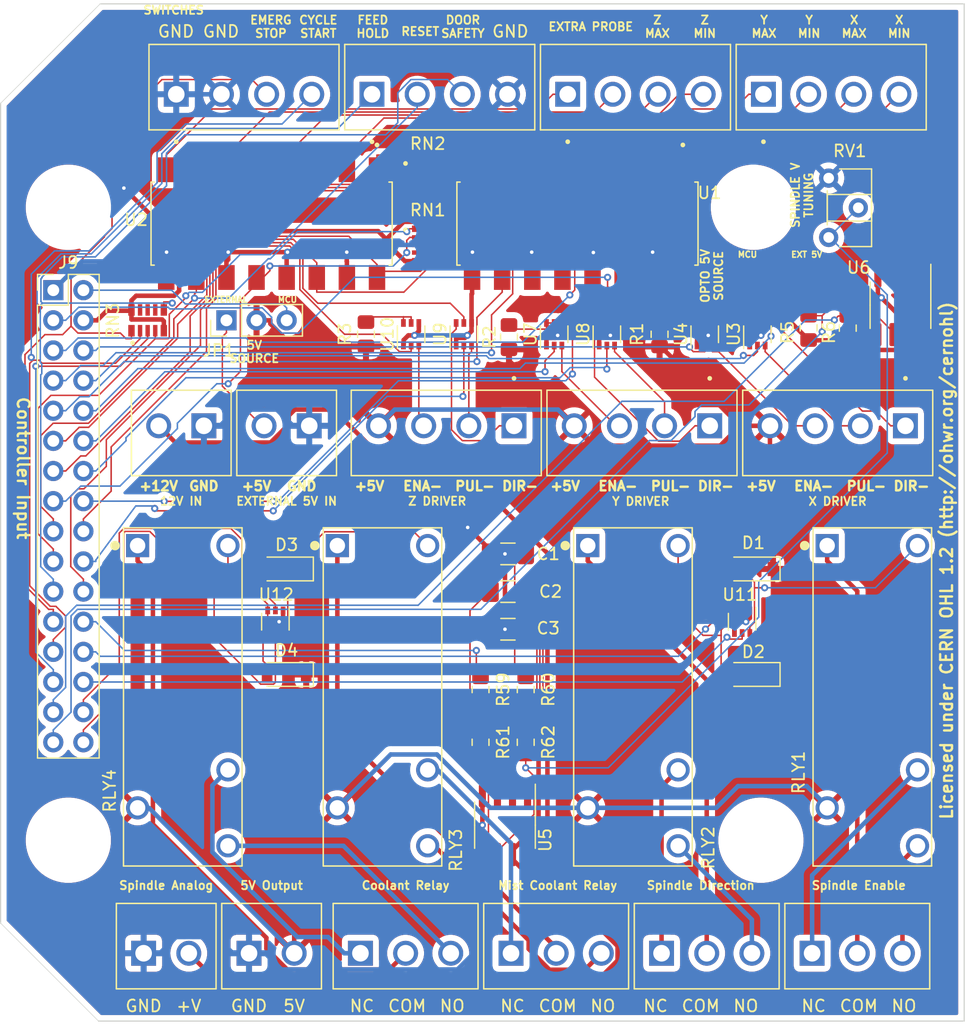
<source format=kicad_pcb>
(kicad_pcb (version 20200104) (host pcbnew "(5.99.0-870-gf50220821)")
  (title_block (title "CNCFia - PCB SMD") (date "2020-02-07") (rev "b4") (company "c6p.dev"))
  (layers (0 "F.Cu" mixed) (31 "B.Cu" mixed) (35 "F.Paste" user) (36 "B.SilkS" user) (37 "F.SilkS" user) (38 "B.Mask" user) (39 "F.Mask" user) (44 "Edge.Cuts" user))
  (net 0 "")
  (net 1 "GND")
  (net 2 "Net-(C2-Pad1)")
  (net 3 "EXT_5V")
  (net 4 "+12V")
  (net 5 "+3V3")
  (net 6 "MCU_5V")
  (net 7 "+5V")
  (net 8 "Net-(C1-Pad2)")
  (net 9 "Net-(C2-Pad2)")
  (net 10 "Net-(C3-Pad1)")
  (net 11 "Net-(R62-Pad2)")
  (net 12 "Door")
  (net 13 "Reset")
  (net 14 "Probe")
  (net 15 "Feed_Hold")
  (net 16 "Cycle_Start")
  (net 17 "E_Stop")
  (net 18 "Extra_SW")
  (net 19 "LIM_ZMax")
  (net 20 "LIM_ZMin")
  (net 21 "LIM_YMax")
  (net 22 "LIM_YMin")
  (net 23 "LIM_XMax")
  (net 24 "LIM_XMin")
  (net 25 "Z_Step")
  (net 26 "Z_Dir")
  (net 27 "Z_Enbl")
  (net 28 "Y_Step")
  (net 29 "Y_Dir")
  (net 30 "Y_Enbl")
  (net 31 "X_Step")
  (net 32 "X_Dir")
  (net 33 "X_Enbl")
  (net 34 "Net-(D1-Pad2)")
  (net 35 "Net-(D2-Pad2)")
  (net 36 "Net-(D3-Pad2)")
  (net 37 "Net-(D4-Pad2)")
  (net 38 "Flood")
  (net 39 "Mist")
  (net 40 "Spin_Dir")
  (net 41 "Spin_Enbl")
  (net 42 "Spin_PWM")
  (net 43 "E_SCL")
  (net 44 "E_SDA")
  (net 45 "Net-(U6-Pad3)")
  (net 46 "Net-(U6-Pad2)")
  (net 47 "Net-(U6-Pad1)")
  (net 48 "/SW_XMIN")
  (net 49 "/SW_XMAX")
  (net 50 "/SW_YMIN")
  (net 51 "/SW_YMAX")
  (net 52 "/SW_ZMIN")
  (net 53 "/SW_ZMAX")
  (net 54 "/SW_Probe")
  (net 55 "/SW_Extra")
  (net 56 "/Relay_NC_4")
  (net 57 "/Relay_NO_4")
  (net 58 "/Relay_COM_4")
  (net 59 "/OUT_Spn_10V_0")
  (net 60 "/Relay_NO_1")
  (net 61 "/Relay_COM_1")
  (net 62 "/Relay_NC_1")
  (net 63 "/Relay_NO_2")
  (net 64 "/Relay_COM_2")
  (net 65 "/Relay_NC_2")
  (net 66 "/Relay_NO_3")
  (net 67 "/Relay_COM_3")
  (net 68 "/Relay_NC_3")
  (net 69 "/X_Enable-")
  (net 70 "/X_Pulse-")
  (net 71 "/X_Dir-")
  (net 72 "/Y_Enable-")
  (net 73 "/Y_Pulse-")
  (net 74 "/Y_Dir-")
  (net 75 "/Z_Enable-")
  (net 76 "/Z_Pulse-")
  (net 77 "/Z_Dir-")
  (net 78 "Net-(RN2-Pad6)")
  (net 79 "Net-(RN2-Pad1)")
  (net 80 "Net-(RN2-Pad2)")
  (net 81 "Net-(RN2-Pad3)")
  (net 82 "Net-(RN2-Pad9)")
  (net 83 "Net-(RN2-Pad8)")
  (net 84 "Net-(RN2-Pad4)")
  (net 85 "Net-(RN2-Pad7)")
  (net 86 "Net-(RN3-Pad8)")
  (net 87 "Net-(RN3-Pad7)")
  (net 88 "Net-(RN3-Pad9)")
  (net 89 "Net-(R1-Pad2)")
  (net 90 "Net-(R2-Pad2)")
  (net 91 "Net-(R3-Pad2)")
  (module "Kicad_extra_components:RESCAXS64P320X160X60-10N" (layer "F.Cu") (at 52.21 82.68 90)
    (fp_text reference "RN3" (at -0.02877 -2.936644 90) (layer "F.SilkS"))
    (fp_text value "CAY17-472JALF")
    (pad "6" smd rect (at 0.875 1.365 90) (size 0.97 0.54) (layers "F.Cu" "F.Paste" "F.Mask") (net 12 "Door"))
    (pad "5" smd rect (at -0.875 1.365 90) (size 0.97 0.54) (layers "F.Cu" "F.Paste" "F.Mask") (net 5 "+3V3"))
    (pad "1" smd rect (at -0.875 -1.365 90) (size 0.97 0.54) (layers "F.Cu" "F.Paste" "F.Mask") (net 17 "E_Stop"))
    (pad "10" smd rect (at 0.875 -1.365 90) (size 0.97 0.54) (layers "F.Cu" "F.Paste" "F.Mask") (net 5 "+3V3"))
    (pad "2" smd rect (at -0.875 -0.64 90) (size 0.97 0.37) (layers "F.Cu" "F.Paste" "F.Mask") (net 16 "Cycle_Start"))
    (pad "3" smd rect (at -0.875 0 90) (size 0.97 0.37) (layers "F.Cu" "F.Paste" "F.Mask") (net 15 "Feed_Hold"))
    (pad "9" smd rect (at 0.875 -0.64 90) (size 0.97 0.37) (layers "F.Cu" "F.Paste" "F.Mask") (net 88 "Net-(RN3-Pad9)"))
    (pad "8" smd rect (at 0.875 0 90) (size 0.97 0.37) (layers "F.Cu" "F.Paste" "F.Mask") (net 86 "Net-(RN3-Pad8)"))
    (pad "4" smd rect (at -0.875 0.64 90) (size 0.97 0.37) (layers "F.Cu" "F.Paste" "F.Mask") (net 13 "Reset"))
    (pad "7" smd rect (at 0.875 0.64 90) (size 0.97 0.37) (layers "F.Cu" "F.Paste" "F.Mask") (net 87 "Net-(RN3-Pad7)"))
  )
  (module "Kicad_extra_components:CUI_TBP02R2-381-03BE" (layer "F.Cu") (at 82.858 136.02)
    (fp_text reference "J17" hide)
    (fp_text value "Mist" hide)
    (pad "3" thru_hole circle (at 7.62 0) (size 2.1 2.1) (drill 1.4) (layers *.Cu *.Mask) (net 66 "/Relay_NO_3"))
    (pad "2" thru_hole circle (at 3.81 0) (size 2.1 2.1) (drill 1.4) (layers *.Cu *.Mask) (net 67 "/Relay_COM_3"))
    (pad "1" thru_hole rect (at 0 0) (size 2.1 2.1) (drill 1.4) (layers *.Cu *.Mask) (net 68 "/Relay_NC_3"))
  )
  (module "Kicad_extra_components:CUI_TBP02R2-381-03BE" (layer "F.Cu") (at 95.558 136.02)
    (fp_text reference "J16" hide)
    (fp_text value "Spin_Dir" hide)
    (pad "3" thru_hole circle (at 7.62 0) (size 2.1 2.1) (drill 1.4) (layers *.Cu *.Mask) (net 63 "/Relay_NO_2"))
    (pad "2" thru_hole circle (at 3.81 0) (size 2.1 2.1) (drill 1.4) (layers *.Cu *.Mask) (net 64 "/Relay_COM_2"))
    (pad "1" thru_hole rect (at 0 0) (size 2.1 2.1) (drill 1.4) (layers *.Cu *.Mask) (net 65 "/Relay_NC_2"))
  )
  (module "Kicad_extra_components:CUI_TBP02R2-381-03BE" (layer "F.Cu") (at 108.258 136.02)
    (fp_text reference "J15" hide)
    (fp_text value "Spin_Enabl" hide)
    (pad "3" thru_hole circle (at 7.62 0) (size 2.1 2.1) (drill 1.4) (layers *.Cu *.Mask) (net 60 "/Relay_NO_1"))
    (pad "2" thru_hole circle (at 3.81 0) (size 2.1 2.1) (drill 1.4) (layers *.Cu *.Mask) (net 61 "/Relay_COM_1"))
    (pad "1" thru_hole rect (at 0 0) (size 2.1 2.1) (drill 1.4) (layers *.Cu *.Mask) (net 62 "/Relay_NC_1"))
  )
  (module "Kicad_extra_components:CUI_TBP02R2-381-03BE" (layer "F.Cu") (at 70.158 136.02)
    (fp_text reference "J13" hide)
    (fp_text value "Coolant" hide)
    (pad "3" thru_hole circle (at 7.62 0) (size 2.1 2.1) (drill 1.4) (layers *.Cu *.Mask) (net 57 "/Relay_NO_4"))
    (pad "2" thru_hole circle (at 3.81 0) (size 2.1 2.1) (drill 1.4) (layers *.Cu *.Mask) (net 58 "/Relay_COM_4"))
    (pad "1" thru_hole rect (at 0 0) (size 2.1 2.1) (drill 1.4) (layers *.Cu *.Mask) (net 56 "/Relay_NC_4"))
  )
  (module "Kicad_extra_components:CUI_TBP02R2-381-02BE" (layer "F.Cu") (at 51.87 136.02)
    (fp_text reference "J14" hide)
    (fp_text value "Spin_10V" hide)
    (pad "2" thru_hole circle (at 3.81 0) (size 2.1 2.1) (drill 1.4) (layers *.Cu *.Mask) (net 59 "/OUT_Spn_10V_0"))
    (pad "1" thru_hole rect (at 0 0) (size 2.1 2.1) (drill 1.4) (layers *.Cu *.Mask) (net 1 "GND"))
  )
  (module "Kicad_extra_components:CUI_TBP02R2-381-02BE" (layer "F.Cu") (at 56.95 91.57 180)
    (fp_text reference "J7" hide)
    (fp_text value "IN_EXT_12V" hide)
    (pad "2" thru_hole circle (at 3.81 0 180) (size 2.1 2.1) (drill 1.4) (layers *.Cu *.Mask) (net 4 "+12V"))
    (pad "1" thru_hole rect (at 0 0 180) (size 2.1 2.1) (drill 1.4) (layers *.Cu *.Mask) (net 1 "GND"))
  )
  (module "Kicad_extra_components:CUI_TBP02R2-381-02BE" (layer "F.Cu") (at 65.84 91.57 180)
    (fp_text reference "J2" hide)
    (fp_text value "IN_EXT_5V" hide)
    (pad "2" thru_hole circle (at 3.81 0 180) (size 2.1 2.1) (drill 1.4) (layers *.Cu *.Mask) (net 3 "EXT_5V"))
    (pad "1" thru_hole rect (at 0 0 180) (size 2.1 2.1) (drill 1.4) (layers *.Cu *.Mask) (net 1 "GND"))
  )
  (module "Kicad_extra_components:CUI_TBP02R2-381-02BE" (layer "F.Cu") (at 60.76 136.02)
    (fp_text reference "J1" hide)
    (fp_text value "5V_OUT" hide)
    (pad "2" thru_hole circle (at 3.81 0) (size 2.1 2.1) (drill 1.4) (layers *.Cu *.Mask) (net 7 "+5V"))
    (pad "1" thru_hole rect (at 0 0) (size 2.1 2.1) (drill 1.4) (layers *.Cu *.Mask) (net 1 "GND"))
  )
  (module "Kicad_extra_components:RESCAXS64P320X160X60-10N" (layer "F.Cu") (at 75.865 76.33)
    (fp_text reference "RN1" (at -0.02877 -2.936644) (layer "F.SilkS"))
    (fp_text value "CAY17-472JALF")
    (pad "6" smd rect (at 0.875 1.365) (size 0.97 0.54) (layers "F.Cu" "F.Paste" "F.Mask") (net 21 "LIM_YMax"))
    (pad "5" smd rect (at -0.875 1.365) (size 0.97 0.54) (layers "F.Cu" "F.Paste" "F.Mask") (net 5 "+3V3"))
    (pad "1" smd rect (at -0.875 -1.365) (size 0.97 0.54) (layers "F.Cu" "F.Paste" "F.Mask") (net 18 "Extra_SW"))
    (pad "10" smd rect (at 0.875 -1.365) (size 0.97 0.54) (layers "F.Cu" "F.Paste" "F.Mask") (net 5 "+3V3"))
    (pad "2" smd rect (at -0.875 -0.64) (size 0.97 0.37) (layers "F.Cu" "F.Paste" "F.Mask") (net 14 "Probe"))
    (pad "3" smd rect (at -0.875 0) (size 0.97 0.37) (layers "F.Cu" "F.Paste" "F.Mask") (net 19 "LIM_ZMax"))
    (pad "9" smd rect (at 0.875 -0.64) (size 0.97 0.37) (layers "F.Cu" "F.Paste" "F.Mask") (net 24 "LIM_XMin"))
    (pad "8" smd rect (at 0.875 0) (size 0.97 0.37) (layers "F.Cu" "F.Paste" "F.Mask") (net 23 "LIM_XMax"))
    (pad "4" smd rect (at -0.875 0.64) (size 0.97 0.37) (layers "F.Cu" "F.Paste" "F.Mask") (net 20 "LIM_ZMin"))
    (pad "7" smd rect (at 0.875 0.64) (size 0.97 0.37) (layers "F.Cu" "F.Paste" "F.Mask") (net 22 "LIM_YMin"))
  )
  (module "Kicad_extra_components:RESCAXS64P320X160X60-10N" (layer "F.Cu") (at 75.865 70.73)
    (fp_text reference "RN2" (at -0.02877 -2.936644) (layer "F.SilkS"))
    (fp_text value "CAY17-221JALF")
    (pad "6" smd rect (at 0.875 1.365) (size 0.97 0.54) (layers "F.Cu" "F.Paste" "F.Mask") (net 78 "Net-(RN2-Pad6)"))
    (pad "5" smd rect (at -0.875 1.365) (size 0.97 0.54) (layers "F.Cu" "F.Paste" "F.Mask") (net 7 "+5V"))
    (pad "1" smd rect (at -0.875 -1.365) (size 0.97 0.54) (layers "F.Cu" "F.Paste" "F.Mask") (net 79 "Net-(RN2-Pad1)"))
    (pad "10" smd rect (at 0.875 -1.365) (size 0.97 0.54) (layers "F.Cu" "F.Paste" "F.Mask") (net 7 "+5V"))
    (pad "2" smd rect (at -0.875 -0.64) (size 0.97 0.37) (layers "F.Cu" "F.Paste" "F.Mask") (net 80 "Net-(RN2-Pad2)"))
    (pad "3" smd rect (at -0.875 0) (size 0.97 0.37) (layers "F.Cu" "F.Paste" "F.Mask") (net 81 "Net-(RN2-Pad3)"))
    (pad "9" smd rect (at 0.875 -0.64) (size 0.97 0.37) (layers "F.Cu" "F.Paste" "F.Mask") (net 82 "Net-(RN2-Pad9)"))
    (pad "8" smd rect (at 0.875 0) (size 0.97 0.37) (layers "F.Cu" "F.Paste" "F.Mask") (net 83 "Net-(RN2-Pad8)"))
    (pad "4" smd rect (at -0.875 0.64) (size 0.97 0.37) (layers "F.Cu" "F.Paste" "F.Mask") (net 84 "Net-(RN2-Pad4)"))
    (pad "7" smd rect (at 0.875 0.64) (size 0.97 0.37) (layers "F.Cu" "F.Paste" "F.Mask") (net 85 "Net-(RN2-Pad7)"))
  )
  (module "Connector_PinHeader_2.54mm:PinHeader_2x16_P2.54mm_Vertical" (layer "F.Cu") (at 44.25 80.14)
    (fp_text reference "J9" (at 1.27 -2.33) (layer "F.SilkS"))
    (fp_text value "Signal Input")
    (pad "32" thru_hole oval (at 2.54 38.1) (size 1.7 1.7) (drill 1) (layers *.Cu *.Mask) (net 38 "Flood"))
    (pad "31" thru_hole oval (at 0 38.1) (size 1.7 1.7) (drill 1) (layers *.Cu *.Mask) (net 43 "E_SCL"))
    (pad "30" thru_hole oval (at 2.54 35.56) (size 1.7 1.7) (drill 1) (layers *.Cu *.Mask) (net 39 "Mist"))
    (pad "29" thru_hole oval (at 0 35.56) (size 1.7 1.7) (drill 1) (layers *.Cu *.Mask) (net 44 "E_SDA"))
    (pad "28" thru_hole oval (at 2.54 33.02) (size 1.7 1.7) (drill 1) (layers *.Cu *.Mask) (net 40 "Spin_Dir"))
    (pad "27" thru_hole oval (at 0 33.02) (size 1.7 1.7) (drill 1) (layers *.Cu *.Mask) (net 15 "Feed_Hold"))
    (pad "26" thru_hole oval (at 2.54 30.48) (size 1.7 1.7) (drill 1) (layers *.Cu *.Mask) (net 41 "Spin_Enbl"))
    (pad "25" thru_hole oval (at 0 30.48) (size 1.7 1.7) (drill 1) (layers *.Cu *.Mask) (net 16 "Cycle_Start"))
    (pad "24" thru_hole oval (at 2.54 27.94) (size 1.7 1.7) (drill 1) (layers *.Cu *.Mask) (net 42 "Spin_PWM"))
    (pad "23" thru_hole oval (at 0 27.94) (size 1.7 1.7) (drill 1) (layers *.Cu *.Mask) (net 17 "E_Stop"))
    (pad "22" thru_hole oval (at 2.54 25.4) (size 1.7 1.7) (drill 1) (layers *.Cu *.Mask) (net 25 "Z_Step"))
    (pad "21" thru_hole oval (at 0 25.4) (size 1.7 1.7) (drill 1) (layers *.Cu *.Mask) (net 12 "Door"))
    (pad "20" thru_hole oval (at 2.54 22.86) (size 1.7 1.7) (drill 1) (layers *.Cu *.Mask) (net 26 "Z_Dir"))
    (pad "19" thru_hole oval (at 0 22.86) (size 1.7 1.7) (drill 1) (layers *.Cu *.Mask) (net 13 "Reset"))
    (pad "18" thru_hole oval (at 2.54 20.32) (size 1.7 1.7) (drill 1) (layers *.Cu *.Mask) (net 27 "Z_Enbl"))
    (pad "17" thru_hole oval (at 0 20.32) (size 1.7 1.7) (drill 1) (layers *.Cu *.Mask) (net 18 "Extra_SW"))
    (pad "16" thru_hole oval (at 2.54 17.78) (size 1.7 1.7) (drill 1) (layers *.Cu *.Mask) (net 28 "Y_Step"))
    (pad "15" thru_hole oval (at 0 17.78) (size 1.7 1.7) (drill 1) (layers *.Cu *.Mask) (net 14 "Probe"))
    (pad "14" thru_hole oval (at 2.54 15.24) (size 1.7 1.7) (drill 1) (layers *.Cu *.Mask) (net 29 "Y_Dir"))
    (pad "13" thru_hole oval (at 0 15.24) (size 1.7 1.7) (drill 1) (layers *.Cu *.Mask) (net 19 "LIM_ZMax"))
    (pad "12" thru_hole oval (at 2.54 12.7) (size 1.7 1.7) (drill 1) (layers *.Cu *.Mask) (net 30 "Y_Enbl"))
    (pad "11" thru_hole oval (at 0 12.7) (size 1.7 1.7) (drill 1) (layers *.Cu *.Mask) (net 20 "LIM_ZMin"))
    (pad "10" thru_hole oval (at 2.54 10.16) (size 1.7 1.7) (drill 1) (layers *.Cu *.Mask) (net 31 "X_Step"))
    (pad "9" thru_hole oval (at 0 10.16) (size 1.7 1.7) (drill 1) (layers *.Cu *.Mask) (net 21 "LIM_YMax"))
    (pad "8" thru_hole oval (at 2.54 7.62) (size 1.7 1.7) (drill 1) (layers *.Cu *.Mask) (net 32 "X_Dir"))
    (pad "7" thru_hole oval (at 0 7.62) (size 1.7 1.7) (drill 1) (layers *.Cu *.Mask) (net 22 "LIM_YMin"))
    (pad "6" thru_hole oval (at 2.54 5.08) (size 1.7 1.7) (drill 1) (layers *.Cu *.Mask) (net 33 "X_Enbl"))
    (pad "5" thru_hole oval (at 0 5.08) (size 1.7 1.7) (drill 1) (layers *.Cu *.Mask) (net 23 "LIM_XMax"))
    (pad "4" thru_hole oval (at 2.54 2.54) (size 1.7 1.7) (drill 1) (layers *.Cu *.Mask) (net 5 "+3V3"))
    (pad "3" thru_hole oval (at 0 2.54) (size 1.7 1.7) (drill 1) (layers *.Cu *.Mask) (net 24 "LIM_XMin"))
    (pad "2" thru_hole oval (at 2.54 0) (size 1.7 1.7) (drill 1) (layers *.Cu *.Mask) (net 6 "MCU_5V"))
    (pad "1" thru_hole rect (at 0 0) (size 1.7 1.7) (drill 1) (layers *.Cu *.Mask) (net 1 "GND"))
  )
  (module "Kicad_extra_components:RELAY_G6RL-1_5VDC" (layer "F.Cu") (at 51.362 101.666 -90)
    (fp_text reference "RLY4" (at 20.669 2.357 90) (layer "F.SilkS") (effects (font (size 1.002898 1.002898))))
    (fp_text value "G6RL-1 DC5")
    (pad "2" thru_hole circle (at 22.1 0 270) (size 1.95 1.95) (drill 1.3) (layers *.Cu *.Mask) (net 7 "+5V"))
    (pad "3" thru_hole circle (at 25.3 -7.62 270) (size 1.95 1.95) (drill 1.3) (layers *.Cu *.Mask) (net 57 "/Relay_NO_4"))
    (pad "4" thru_hole circle (at 18.9 -7.62 270) (size 1.95 1.95) (drill 1.3) (layers *.Cu *.Mask) (net 56 "/Relay_NC_4"))
    (pad "5" thru_hole circle (at 0 -7.62 270) (size 1.95 1.95) (drill 1.3) (layers *.Cu *.Mask) (net 37 "Net-(D4-Pad2)"))
    (pad "1" thru_hole rect (at 0 0 270) (size 1.95 1.95) (drill 1.3) (layers *.Cu *.Mask) (net 58 "/Relay_COM_4"))
  )
  (module "Kicad_extra_components:RELAY_G6RL-1_5VDC" (layer "F.Cu") (at 68.2107 101.666 -90)
    (fp_text reference "RLY3" (at 25.669 -9.9943 90) (layer "F.SilkS") (effects (font (size 1.002898 1.002898))))
    (fp_text value "G6RL-1 DC5")
    (pad "2" thru_hole circle (at 22.1 0 270) (size 1.95 1.95) (drill 1.3) (layers *.Cu *.Mask) (net 7 "+5V"))
    (pad "3" thru_hole circle (at 25.3 -7.62 270) (size 1.95 1.95) (drill 1.3) (layers *.Cu *.Mask) (net 66 "/Relay_NO_3"))
    (pad "4" thru_hole circle (at 18.9 -7.62 270) (size 1.95 1.95) (drill 1.3) (layers *.Cu *.Mask) (net 68 "/Relay_NC_3"))
    (pad "5" thru_hole circle (at 0 -7.62 270) (size 1.95 1.95) (drill 1.3) (layers *.Cu *.Mask) (net 36 "Net-(D3-Pad2)"))
    (pad "1" thru_hole rect (at 0 0 270) (size 1.95 1.95) (drill 1.3) (layers *.Cu *.Mask) (net 67 "/Relay_COM_3"))
  )
  (module "Kicad_extra_components:RELAY_G6RL-1_5VDC" (layer "F.Cu") (at 89.335 101.666 -90)
    (fp_text reference "RLY2" (at 25.464 -10.16 90) (layer "F.SilkS") (effects (font (size 1.002898 1.002898))))
    (fp_text value "G6RL-1 DC5")
    (pad "2" thru_hole circle (at 22.1 0 270) (size 1.95 1.95) (drill 1.3) (layers *.Cu *.Mask) (net 7 "+5V"))
    (pad "3" thru_hole circle (at 25.3 -7.62 270) (size 1.95 1.95) (drill 1.3) (layers *.Cu *.Mask) (net 63 "/Relay_NO_2"))
    (pad "4" thru_hole circle (at 18.9 -7.62 270) (size 1.95 1.95) (drill 1.3) (layers *.Cu *.Mask) (net 65 "/Relay_NC_2"))
    (pad "5" thru_hole circle (at 0 -7.62 270) (size 1.95 1.95) (drill 1.3) (layers *.Cu *.Mask) (net 35 "Net-(D2-Pad2)"))
    (pad "1" thru_hole rect (at 0 0 270) (size 1.95 1.95) (drill 1.3) (layers *.Cu *.Mask) (net 64 "/Relay_COM_2"))
  )
  (module "Kicad_extra_components:RELAY_G6RL-1_5VDC" (layer "F.Cu") (at 109.528 101.666 -90)
    (fp_text reference "RLY1" (at 19.114 2.413 90) (layer "F.SilkS") (effects (font (size 1.002898 1.002898))))
    (fp_text value "G6RL-1 DC5")
    (pad "2" thru_hole circle (at 22.1 0 270) (size 1.95 1.95) (drill 1.3) (layers *.Cu *.Mask) (net 7 "+5V"))
    (pad "3" thru_hole circle (at 25.3 -7.62 270) (size 1.95 1.95) (drill 1.3) (layers *.Cu *.Mask) (net 60 "/Relay_NO_1"))
    (pad "4" thru_hole circle (at 18.9 -7.62 270) (size 1.95 1.95) (drill 1.3) (layers *.Cu *.Mask) (net 62 "/Relay_NC_1"))
    (pad "5" thru_hole circle (at 0 -7.62 270) (size 1.95 1.95) (drill 1.3) (layers *.Cu *.Mask) (net 34 "Net-(D1-Pad2)"))
    (pad "1" thru_hole rect (at 0 0 270) (size 1.95 1.95) (drill 1.3) (layers *.Cu *.Mask) (net 61 "/Relay_COM_1"))
  )
  (module "MountingHole:MountingHole_3.2mm_M3" (layer "F.Cu") (at 103.94 126.495)
    (fp_text reference "M3" hide)
    (fp_text value "MountingHole_3.2mm_M3")
    (pad "1" np_thru_hole circle (at 0 0) (size 3.2 3.2) (drill 3.2) (layers *.Cu *.Mask))
  )
  (module "MountingHole:MountingHole_3.2mm_M3" (layer "F.Cu") (at 103.305 73.155)
    (fp_text reference "M2" hide)
    (fp_text value "MountingHole_3.2mm_M3")
    (pad "1" np_thru_hole circle (at 0 0) (size 3.2 3.2) (drill 3.2) (layers *.Cu *.Mask))
  )
  (module "MountingHole:MountingHole_3.2mm_M3" (layer "F.Cu") (at 45.52 126.495)
    (fp_text reference "M4" hide)
    (fp_text value "MountingHole_3.2mm_M3")
    (pad "1" np_thru_hole circle (at 0 0) (size 3.2 3.2) (drill 3.2) (layers *.Cu *.Mask))
  )
  (module "MountingHole:MountingHole_3.2mm_M3" (layer "F.Cu") (at 45.52 73.155)
    (fp_text reference "M1" hide)
    (fp_text value "MountingHole_3.2mm_M3")
    (pad "1" np_thru_hole circle (at 0 0) (size 3.2 3.2) (drill 3.2) (layers *.Cu *.Mask))
  )
  (module "Package_TO_SOT_SMD:SOT-363_SC-70-6" (layer "F.Cu") (at 62.985 108.08 -90)
    (fp_text reference "U12" (at -2.286 -0.066 180) (layer "F.SilkS"))
    (fp_text value "NTJD5121N")
    (pad "1" smd rect (at -0.95 -0.65 270) (size 0.65 0.4) (layers "F.Cu" "F.Paste" "F.Mask") (net 1 "GND"))
    (pad "3" smd rect (at -0.95 0.65 270) (size 0.65 0.4) (layers "F.Cu" "F.Paste" "F.Mask") (net 37 "Net-(D4-Pad2)"))
    (pad "5" smd rect (at 0.95 0 270) (size 0.65 0.4) (layers "F.Cu" "F.Paste" "F.Mask") (net 38 "Flood"))
    (pad "2" smd rect (at -0.95 0 270) (size 0.65 0.4) (layers "F.Cu" "F.Paste" "F.Mask") (net 39 "Mist"))
    (pad "4" smd rect (at 0.95 0.65 270) (size 0.65 0.4) (layers "F.Cu" "F.Paste" "F.Mask") (net 1 "GND"))
    (pad "6" smd rect (at 0.95 -0.65 270) (size 0.65 0.4) (layers "F.Cu" "F.Paste" "F.Mask") (net 36 "Net-(D3-Pad2)"))
  )
  (module "Package_TO_SOT_SMD:SOT-363_SC-70-6" (layer "F.Cu") (at 102.355 108.08 -90)
    (fp_text reference "U11" (at -2.286 0.188 180) (layer "F.SilkS"))
    (fp_text value "NTJD5121N")
    (pad "6" smd rect (at 0.95 -0.65 270) (size 0.65 0.4) (layers "F.Cu" "F.Paste" "F.Mask") (net 34 "Net-(D1-Pad2)"))
    (pad "4" smd rect (at 0.95 0.65 270) (size 0.65 0.4) (layers "F.Cu" "F.Paste" "F.Mask") (net 1 "GND"))
    (pad "2" smd rect (at -0.95 0 270) (size 0.65 0.4) (layers "F.Cu" "F.Paste" "F.Mask") (net 41 "Spin_Enbl"))
    (pad "5" smd rect (at 0.95 0 270) (size 0.65 0.4) (layers "F.Cu" "F.Paste" "F.Mask") (net 40 "Spin_Dir"))
    (pad "3" smd rect (at -0.95 0.65 270) (size 0.65 0.4) (layers "F.Cu" "F.Paste" "F.Mask") (net 35 "Net-(D2-Pad2)"))
    (pad "1" smd rect (at -0.95 -0.65 270) (size 0.65 0.4) (layers "F.Cu" "F.Paste" "F.Mask") (net 1 "GND"))
  )
  (module "Package_TO_SOT_SMD:SOT-363_SC-70-6" (layer "F.Cu") (at 74.435 83.855 90)
    (fp_text reference "U10" (at 0 -2 90) (layer "F.SilkS"))
    (fp_text value "NTJD5121N")
    (pad "6" smd rect (at 0.95 -0.65 90) (size 0.65 0.4) (layers "F.Cu" "F.Paste" "F.Mask") (net 91 "Net-(R3-Pad2)"))
    (pad "4" smd rect (at 0.95 0.65 90) (size 0.65 0.4) (layers "F.Cu" "F.Paste" "F.Mask") (net 1 "GND"))
    (pad "2" smd rect (at -0.95 0 90) (size 0.65 0.4) (layers "F.Cu" "F.Paste" "F.Mask") (net 27 "Z_Enbl"))
    (pad "5" smd rect (at 0.95 0 90) (size 0.65 0.4) (layers "F.Cu" "F.Paste" "F.Mask") (net 91 "Net-(R3-Pad2)"))
    (pad "3" smd rect (at -0.95 0.65 90) (size 0.65 0.4) (layers "F.Cu" "F.Paste" "F.Mask") (net 75 "/Z_Enable-"))
    (pad "1" smd rect (at -0.95 -0.65 90) (size 0.65 0.4) (layers "F.Cu" "F.Paste" "F.Mask") (net 1 "GND"))
  )
  (module "Package_TO_SOT_SMD:SOT-363_SC-70-6" (layer "F.Cu") (at 78.88 83.855 90)
    (fp_text reference "U9" (at 0 -2 90) (layer "F.SilkS"))
    (fp_text value "NTJD5121N")
    (pad "6" smd rect (at 0.95 -0.65 90) (size 0.65 0.4) (layers "F.Cu" "F.Paste" "F.Mask") (net 77 "/Z_Dir-"))
    (pad "4" smd rect (at 0.95 0.65 90) (size 0.65 0.4) (layers "F.Cu" "F.Paste" "F.Mask") (net 1 "GND"))
    (pad "2" smd rect (at -0.95 0 90) (size 0.65 0.4) (layers "F.Cu" "F.Paste" "F.Mask") (net 26 "Z_Dir"))
    (pad "5" smd rect (at 0.95 0 90) (size 0.65 0.4) (layers "F.Cu" "F.Paste" "F.Mask") (net 25 "Z_Step"))
    (pad "3" smd rect (at -0.95 0.65 90) (size 0.65 0.4) (layers "F.Cu" "F.Paste" "F.Mask") (net 76 "/Z_Pulse-"))
    (pad "1" smd rect (at -0.95 -0.65 90) (size 0.65 0.4) (layers "F.Cu" "F.Paste" "F.Mask") (net 1 "GND"))
  )
  (module "Package_TO_SOT_SMD:SOT-363_SC-70-6" (layer "F.Cu") (at 90.945 83.855 90)
    (fp_text reference "U8" (at 0 -2 90) (layer "F.SilkS"))
    (fp_text value "NTJD5121N")
    (pad "6" smd rect (at 0.95 -0.65 90) (size 0.65 0.4) (layers "F.Cu" "F.Paste" "F.Mask") (net 74 "/Y_Dir-"))
    (pad "4" smd rect (at 0.95 0.65 90) (size 0.65 0.4) (layers "F.Cu" "F.Paste" "F.Mask") (net 1 "GND"))
    (pad "2" smd rect (at -0.95 0 90) (size 0.65 0.4) (layers "F.Cu" "F.Paste" "F.Mask") (net 29 "Y_Dir"))
    (pad "5" smd rect (at 0.95 0 90) (size 0.65 0.4) (layers "F.Cu" "F.Paste" "F.Mask") (net 28 "Y_Step"))
    (pad "3" smd rect (at -0.95 0.65 90) (size 0.65 0.4) (layers "F.Cu" "F.Paste" "F.Mask") (net 73 "/Y_Pulse-"))
    (pad "1" smd rect (at -0.95 -0.65 90) (size 0.65 0.4) (layers "F.Cu" "F.Paste" "F.Mask") (net 1 "GND"))
  )
  (module "Package_TO_SOT_SMD:SOT-363_SC-70-6" (layer "F.Cu") (at 86.5 83.855 90)
    (fp_text reference "U7" (at 0 -2 90) (layer "F.SilkS"))
    (fp_text value "NTJD5121N")
    (pad "6" smd rect (at 0.95 -0.65 90) (size 0.65 0.4) (layers "F.Cu" "F.Paste" "F.Mask") (net 90 "Net-(R2-Pad2)"))
    (pad "4" smd rect (at 0.95 0.65 90) (size 0.65 0.4) (layers "F.Cu" "F.Paste" "F.Mask") (net 1 "GND"))
    (pad "2" smd rect (at -0.95 0 90) (size 0.65 0.4) (layers "F.Cu" "F.Paste" "F.Mask") (net 30 "Y_Enbl"))
    (pad "5" smd rect (at 0.95 0 90) (size 0.65 0.4) (layers "F.Cu" "F.Paste" "F.Mask") (net 90 "Net-(R2-Pad2)"))
    (pad "3" smd rect (at -0.95 0.65 90) (size 0.65 0.4) (layers "F.Cu" "F.Paste" "F.Mask") (net 72 "/Y_Enable-"))
    (pad "1" smd rect (at -0.95 -0.65 90) (size 0.65 0.4) (layers "F.Cu" "F.Paste" "F.Mask") (net 1 "GND"))
  )
  (module "Package_TO_SOT_SMD:SOT-363_SC-70-6" (layer "F.Cu") (at 99.2 83.855 90)
    (fp_text reference "U4" (at 0 -2 90) (layer "F.SilkS"))
    (fp_text value "NTJD5121N")
    (pad "1" smd rect (at -0.95 -0.65 90) (size 0.65 0.4) (layers "F.Cu" "F.Paste" "F.Mask") (net 1 "GND"))
    (pad "3" smd rect (at -0.95 0.65 90) (size 0.65 0.4) (layers "F.Cu" "F.Paste" "F.Mask") (net 69 "/X_Enable-"))
    (pad "5" smd rect (at 0.95 0 90) (size 0.65 0.4) (layers "F.Cu" "F.Paste" "F.Mask") (net 89 "Net-(R1-Pad2)"))
    (pad "2" smd rect (at -0.95 0 90) (size 0.65 0.4) (layers "F.Cu" "F.Paste" "F.Mask") (net 33 "X_Enbl"))
    (pad "4" smd rect (at 0.95 0.65 90) (size 0.65 0.4) (layers "F.Cu" "F.Paste" "F.Mask") (net 1 "GND"))
    (pad "6" smd rect (at 0.95 -0.65 90) (size 0.65 0.4) (layers "F.Cu" "F.Paste" "F.Mask") (net 89 "Net-(R1-Pad2)"))
  )
  (module "Package_TO_SOT_SMD:SOT-363_SC-70-6" (layer "F.Cu") (at 103.645 83.855 90)
    (fp_text reference "U3" (at 0 -2 90) (layer "F.SilkS"))
    (fp_text value "NTJD5121N")
    (pad "6" smd rect (at 0.95 -0.65 90) (size 0.65 0.4) (layers "F.Cu" "F.Paste" "F.Mask") (net 71 "/X_Dir-"))
    (pad "4" smd rect (at 0.95 0.65 90) (size 0.65 0.4) (layers "F.Cu" "F.Paste" "F.Mask") (net 1 "GND"))
    (pad "2" smd rect (at -0.95 0 90) (size 0.65 0.4) (layers "F.Cu" "F.Paste" "F.Mask") (net 32 "X_Dir"))
    (pad "5" smd rect (at 0.95 0 90) (size 0.65 0.4) (layers "F.Cu" "F.Paste" "F.Mask") (net 31 "X_Step"))
    (pad "3" smd rect (at -0.95 0.65 90) (size 0.65 0.4) (layers "F.Cu" "F.Paste" "F.Mask") (net 70 "/X_Pulse-"))
    (pad "1" smd rect (at -0.95 -0.65 90) (size 0.65 0.4) (layers "F.Cu" "F.Paste" "F.Mask") (net 1 "GND"))
  )
  (module "Kicad_extra_components:R_0805_2012Metric_Pad1.15x1.40mm_HandSolder" (layer "F.Cu") (at 70.625 83.855 90)
    (fp_text reference "R3" (at 0 -1.778 90) (layer "F.SilkS"))
    (fp_text value "10k")
    (pad "2" smd roundrect (at 1.025 0 90) (size 1.15 1.4) (layers "F.Cu" "F.Paste" "F.Mask") (roundrect_rratio 0.217391) (net 91 "Net-(R3-Pad2)"))
    (pad "1" smd roundrect (at -1.025 0 90) (size 1.15 1.4) (layers "F.Cu" "F.Paste" "F.Mask") (roundrect_rratio 0.217391) (net 7 "+5V"))
  )
  (module "Kicad_extra_components:R_0805_2012Metric_Pad1.15x1.40mm_HandSolder" (layer "F.Cu") (at 82.69 84.1 90)
    (fp_text reference "R2" (at 0 -1.651 90) (layer "F.SilkS"))
    (fp_text value "10k")
    (pad "2" smd roundrect (at 1.025 0 90) (size 1.15 1.4) (layers "F.Cu" "F.Paste" "F.Mask") (roundrect_rratio 0.217391) (net 90 "Net-(R2-Pad2)"))
    (pad "1" smd roundrect (at -1.025 0 90) (size 1.15 1.4) (layers "F.Cu" "F.Paste" "F.Mask") (roundrect_rratio 0.217391) (net 7 "+5V"))
  )
  (module "Kicad_extra_components:R_0805_2012Metric_Pad1.15x1.40mm_HandSolder" (layer "F.Cu") (at 84.1 118.24 -90)
    (fp_text reference "R62" (at 0 -1.905 90) (layer "F.SilkS"))
    (fp_text value "10k")
    (pad "2" smd roundrect (at 1.025 0 270) (size 1.15 1.4) (layers "F.Cu" "F.Paste" "F.Mask") (roundrect_rratio 0.217391) (net 11 "Net-(R62-Pad2)"))
    (pad "1" smd roundrect (at -1.025 0 270) (size 1.15 1.4) (layers "F.Cu" "F.Paste" "F.Mask") (roundrect_rratio 0.217391) (net 59 "/OUT_Spn_10V_0"))
  )
  (module "Kicad_extra_components:R_0805_2012Metric_Pad1.15x1.40mm_HandSolder" (layer "F.Cu") (at 80.29 118.24 90)
    (fp_text reference "R61" (at 0 1.905 90) (layer "F.SilkS"))
    (fp_text value "4k7")
    (pad "2" smd roundrect (at 1.025 0 90) (size 1.15 1.4) (layers "F.Cu" "F.Paste" "F.Mask") (roundrect_rratio 0.217391) (net 2 "Net-(C2-Pad1)"))
    (pad "1" smd roundrect (at -1.025 0 90) (size 1.15 1.4) (layers "F.Cu" "F.Paste" "F.Mask") (roundrect_rratio 0.217391) (net 10 "Net-(C3-Pad1)"))
  )
  (module "Kicad_extra_components:R_0805_2012Metric_Pad1.15x1.40mm_HandSolder" (layer "F.Cu") (at 84.1 113.795 -90)
    (fp_text reference "R60" (at 0 -1.905 90) (layer "F.SilkS"))
    (fp_text value "4k7")
    (pad "2" smd roundrect (at 1.025 0 270) (size 1.15 1.4) (layers "F.Cu" "F.Paste" "F.Mask") (roundrect_rratio 0.217391) (net 9 "Net-(C2-Pad2)"))
    (pad "1" smd roundrect (at -1.025 0 270) (size 1.15 1.4) (layers "F.Cu" "F.Paste" "F.Mask") (roundrect_rratio 0.217391) (net 8 "Net-(C1-Pad2)"))
  )
  (module "Kicad_extra_components:R_0805_2012Metric_Pad1.15x1.40mm_HandSolder" (layer "F.Cu") (at 80.29 113.795 90)
    (fp_text reference "R59" (at 0 1.905 90) (layer "F.SilkS"))
    (fp_text value "4k7")
    (pad "2" smd roundrect (at 1.025 0 90) (size 1.15 1.4) (layers "F.Cu" "F.Paste" "F.Mask") (roundrect_rratio 0.217391) (net 42 "Spin_PWM"))
    (pad "1" smd roundrect (at -1.025 0 90) (size 1.15 1.4) (layers "F.Cu" "F.Paste" "F.Mask") (roundrect_rratio 0.217391) (net 9 "Net-(C2-Pad2)"))
  )
  (module "Kicad_extra_components:R_0805_2012Metric_Pad1.15x1.40mm_HandSolder" (layer "F.Cu") (at 111.265 83.34 90)
    (fp_text reference "R6" (at -0.356 -1.59 90) (layer "F.SilkS"))
    (fp_text value "2k2")
    (pad "1" smd roundrect (at -1.025 0 90) (size 1.15 1.4) (layers "F.Cu" "F.Paste" "F.Mask") (roundrect_rratio 0.217391) (net 5 "+3V3"))
    (pad "2" smd roundrect (at 1.025 0 90) (size 1.15 1.4) (layers "F.Cu" "F.Paste" "F.Mask") (roundrect_rratio 0.217391) (net 44 "E_SDA"))
  )
  (module "Kicad_extra_components:R_0805_2012Metric_Pad1.15x1.40mm_HandSolder" (layer "F.Cu") (at 107.963 83.315 90)
    (fp_text reference "R5" (at -0.381 -1.778 90) (layer "F.SilkS"))
    (fp_text value "2k2")
    (pad "1" smd roundrect (at -1.025 0 90) (size 1.15 1.4) (layers "F.Cu" "F.Paste" "F.Mask") (roundrect_rratio 0.217391) (net 5 "+3V3"))
    (pad "2" smd roundrect (at 1.025 0 90) (size 1.15 1.4) (layers "F.Cu" "F.Paste" "F.Mask") (roundrect_rratio 0.217391) (net 43 "E_SCL"))
  )
  (module "Kicad_extra_components:R_0805_2012Metric_Pad1.15x1.40mm_HandSolder" (layer "F.Cu") (at 95.39 83.855 90)
    (fp_text reference "R1" (at 0 -1.905 90) (layer "F.SilkS"))
    (fp_text value "10k")
    (pad "1" smd roundrect (at -1.025 0 90) (size 1.15 1.4) (layers "F.Cu" "F.Paste" "F.Mask") (roundrect_rratio 0.217391) (net 7 "+5V"))
    (pad "2" smd roundrect (at 1.025 0 90) (size 1.15 1.4) (layers "F.Cu" "F.Paste" "F.Mask") (roundrect_rratio 0.217391) (net 89 "Net-(R1-Pad2)"))
  )
  (module "Kicad_extra_components:CUI_TBP02R2-381-04BE" (layer "F.Cu") (at 83.112 91.57 180)
    (fp_text reference "J12" hide)
    (fp_text value "Driver_Z" hide)
    (pad "1" thru_hole rect (at 0 0 180) (size 2.1 2.1) (drill 1.4) (layers *.Cu *.Mask) (net 77 "/Z_Dir-"))
    (pad "2" thru_hole circle (at 3.81 0 180) (size 2.1 2.1) (drill 1.4) (layers *.Cu *.Mask) (net 76 "/Z_Pulse-"))
    (pad "3" thru_hole circle (at 7.62 0 180) (size 2.1 2.1) (drill 1.4) (layers *.Cu *.Mask) (net 75 "/Z_Enable-"))
    (pad "4" thru_hole circle (at 11.43 0 180) (size 2.1 2.1) (drill 1.4) (layers *.Cu *.Mask) (net 7 "+5V"))
  )
  (module "Kicad_extra_components:CUI_TBP02R2-381-04BE" (layer "F.Cu") (at 99.622 91.57 180)
    (fp_text reference "J11" hide)
    (fp_text value "Driver_Y" hide)
    (pad "1" thru_hole rect (at 0 0 180) (size 2.1 2.1) (drill 1.4) (layers *.Cu *.Mask) (net 74 "/Y_Dir-"))
    (pad "2" thru_hole circle (at 3.81 0 180) (size 2.1 2.1) (drill 1.4) (layers *.Cu *.Mask) (net 73 "/Y_Pulse-"))
    (pad "3" thru_hole circle (at 7.62 0 180) (size 2.1 2.1) (drill 1.4) (layers *.Cu *.Mask) (net 72 "/Y_Enable-"))
    (pad "4" thru_hole circle (at 11.43 0 180) (size 2.1 2.1) (drill 1.4) (layers *.Cu *.Mask) (net 7 "+5V"))
  )
  (module "Kicad_extra_components:CUI_TBP02R2-381-04BE" (layer "F.Cu") (at 116.132 91.57 180)
    (fp_text reference "J10" hide)
    (fp_text value "Driver_X" hide)
    (pad "1" thru_hole rect (at 0 0 180) (size 2.1 2.1) (drill 1.4) (layers *.Cu *.Mask) (net 71 "/X_Dir-"))
    (pad "2" thru_hole circle (at 3.81 0 180) (size 2.1 2.1) (drill 1.4) (layers *.Cu *.Mask) (net 70 "/X_Pulse-"))
    (pad "3" thru_hole circle (at 7.62 0 180) (size 2.1 2.1) (drill 1.4) (layers *.Cu *.Mask) (net 69 "/X_Enable-"))
    (pad "4" thru_hole circle (at 11.43 0 180) (size 2.1 2.1) (drill 1.4) (layers *.Cu *.Mask) (net 7 "+5V"))
  )
  (module "Kicad_extra_components:CUI_TBP02R2-381-04BE" (layer "F.Cu") (at 54.623 63.63)
    (fp_text reference "J6" hide)
    (fp_text value "Extra SW 0" hide)
    (pad "1" thru_hole rect (at 0 0) (size 2.1 2.1) (drill 1.4) (layers *.Cu *.Mask) (net 1 "GND"))
    (pad "2" thru_hole circle (at 3.81 0) (size 2.1 2.1) (drill 1.4) (layers *.Cu *.Mask) (net 1 "GND"))
    (pad "3" thru_hole circle (at 7.62 0) (size 2.1 2.1) (drill 1.4) (layers *.Cu *.Mask) (net 17 "E_Stop"))
    (pad "4" thru_hole circle (at 11.43 0) (size 2.1 2.1) (drill 1.4) (layers *.Cu *.Mask) (net 16 "Cycle_Start"))
  )
  (module "Package_SO:SOIC-8_3.9x4.9mm_P1.27mm" (layer "F.Cu") (at 115.71 81.41 -90)
    (fp_text reference "U6" (at -3.175 3.515 180) (layer "F.SilkS"))
    (fp_text value "24LC16")
    (pad "8" smd roundrect (at 2.475 -1.905 270) (size 1.95 0.6) (layers "F.Cu" "F.Paste" "F.Mask") (net 5 "+3V3"))
    (pad "7" smd roundrect (at 2.475 -0.635 270) (size 1.95 0.6) (layers "F.Cu" "F.Paste" "F.Mask") (net 1 "GND"))
    (pad "6" smd roundrect (at 2.475 0.635 270) (size 1.95 0.6) (layers "F.Cu" "F.Paste" "F.Mask") (net 43 "E_SCL"))
    (pad "5" smd roundrect (at 2.475 1.905 270) (size 1.95 0.6) (layers "F.Cu" "F.Paste" "F.Mask") (net 44 "E_SDA"))
    (pad "4" smd roundrect (at -2.475 1.905 270) (size 1.95 0.6) (layers "F.Cu" "F.Paste" "F.Mask") (net 1 "GND"))
    (pad "3" smd roundrect (at -2.475 0.635 270) (size 1.95 0.6) (layers "F.Cu" "F.Paste" "F.Mask") (net 45 "Net-(U6-Pad3)"))
    (pad "2" smd roundrect (at -2.475 -0.635 270) (size 1.95 0.6) (layers "F.Cu" "F.Paste" "F.Mask") (net 46 "Net-(U6-Pad2)"))
    (pad "1" smd roundrect (at -2.475 -1.905 270) (size 1.95 0.6) (layers "F.Cu" "F.Paste" "F.Mask") (net 47 "Net-(U6-Pad1)"))
  )
  (module "Kicad_extra_components:CUI_TBP02R2-381-04BE" (layer "F.Cu") (at 71.133 63.63)
    (fp_text reference "J5" hide)
    (fp_text value "Extra SW 0" hide)
    (pad "4" thru_hole circle (at 11.43 0) (size 2.1 2.1) (drill 1.4) (layers *.Cu *.Mask) (net 1 "GND"))
    (pad "3" thru_hole circle (at 7.62 0) (size 2.1 2.1) (drill 1.4) (layers *.Cu *.Mask) (net 12 "Door"))
    (pad "2" thru_hole circle (at 3.81 0) (size 2.1 2.1) (drill 1.4) (layers *.Cu *.Mask) (net 13 "Reset"))
    (pad "1" thru_hole rect (at 0 0) (size 2.1 2.1) (drill 1.4) (layers *.Cu *.Mask) (net 15 "Feed_Hold"))
  )
  (module "Kicad_extra_components:CUI_TBP02R2-381-04BE" (layer "F.Cu") (at 87.643 63.63)
    (fp_text reference "J4" hide)
    (fp_text value "Limit SW_ZA" hide)
    (pad "4" thru_hole circle (at 11.43 0) (size 2.1 2.1) (drill 1.4) (layers *.Cu *.Mask) (net 52 "/SW_ZMIN"))
    (pad "3" thru_hole circle (at 7.62 0) (size 2.1 2.1) (drill 1.4) (layers *.Cu *.Mask) (net 53 "/SW_ZMAX"))
    (pad "2" thru_hole circle (at 3.81 0) (size 2.1 2.1) (drill 1.4) (layers *.Cu *.Mask) (net 54 "/SW_Probe"))
    (pad "1" thru_hole rect (at 0 0) (size 2.1 2.1) (drill 1.4) (layers *.Cu *.Mask) (net 55 "/SW_Extra"))
  )
  (module "Kicad_extra_components:CUI_TBP02R2-381-04BE" (layer "F.Cu") (at 104.153 63.63)
    (fp_text reference "J3" hide)
    (fp_text value "Limit SW_XY" hide)
    (pad "4" thru_hole circle (at 11.43 0) (size 2.1 2.1) (drill 1.4) (layers *.Cu *.Mask) (net 48 "/SW_XMIN"))
    (pad "3" thru_hole circle (at 7.62 0) (size 2.1 2.1) (drill 1.4) (layers *.Cu *.Mask) (net 49 "/SW_XMAX"))
    (pad "2" thru_hole circle (at 3.81 0) (size 2.1 2.1) (drill 1.4) (layers *.Cu *.Mask) (net 50 "/SW_YMIN"))
    (pad "1" thru_hole rect (at 0 0) (size 2.1 2.1) (drill 1.4) (layers *.Cu *.Mask) (net 51 "/SW_YMAX"))
  )
  (module "Package_SO:SOIC-8_3.9x4.9mm_P1.27mm" (layer "F.Cu") (at 82.35 125.225 -90)
    (fp_text reference "U5" (at 1.25 -3.4 90) (layer "F.SilkS"))
    (fp_text value "LM358P")
    (pad "8" smd roundrect (at 2.475 -1.905 270) (size 1.95 0.6) (layers "F.Cu" "F.Paste" "F.Mask") (net 4 "+12V"))
    (pad "7" smd roundrect (at 2.475 -0.635 270) (size 1.95 0.6) (layers "F.Cu" "F.Paste" "F.Mask") (net 59 "/OUT_Spn_10V_0"))
    (pad "6" smd roundrect (at 2.475 0.635 270) (size 1.95 0.6) (layers "F.Cu" "F.Paste" "F.Mask") (net 11 "Net-(R62-Pad2)"))
    (pad "5" smd roundrect (at 2.475 1.905 270) (size 1.95 0.6) (layers "F.Cu" "F.Paste" "F.Mask") (net 10 "Net-(C3-Pad1)"))
    (pad "4" smd roundrect (at -2.475 1.905 270) (size 1.95 0.6) (layers "F.Cu" "F.Paste" "F.Mask") (net 1 "GND"))
    (pad "3" smd roundrect (at -2.475 0.635 270) (size 1.95 0.6) (layers "F.Cu" "F.Paste" "F.Mask") (net 8 "Net-(C1-Pad2)"))
    (pad "2" smd roundrect (at -2.475 -0.635 270) (size 1.95 0.6) (layers "F.Cu" "F.Paste" "F.Mask") (net 2 "Net-(C2-Pad1)"))
    (pad "1" smd roundrect (at -2.475 -1.905 270) (size 1.95 0.6) (layers "F.Cu" "F.Paste" "F.Mask") (net 2 "Net-(C2-Pad1)"))
  )
  (module "Kicad_extra_components:SOIC254P1016X460-16N" (layer "F.Cu") (at 62.665 74.53 -90)
    (fp_text reference "U2" (at -0.325 11.43 180) (layer "F.SilkS"))
    (fp_text value "LTV-847")
    (pad "16" smd rect (at 4.54 -8.89 270) (size 2.09 1.39) (layers "F.Cu" "F.Paste" "F.Mask") (net 20 "LIM_ZMin"))
    (pad "15" smd rect (at 4.54 -6.35 270) (size 2.09 1.39) (layers "F.Cu" "F.Paste" "F.Mask") (net 1 "GND"))
    (pad "14" smd rect (at 4.54 -3.81 270) (size 2.09 1.39) (layers "F.Cu" "F.Paste" "F.Mask") (net 19 "LIM_ZMax"))
    (pad "13" smd rect (at 4.54 -1.27 270) (size 2.09 1.39) (layers "F.Cu" "F.Paste" "F.Mask") (net 1 "GND"))
    (pad "12" smd rect (at 4.54 1.27 270) (size 2.09 1.39) (layers "F.Cu" "F.Paste" "F.Mask") (net 14 "Probe"))
    (pad "11" smd rect (at 4.54 3.81 270) (size 2.09 1.39) (layers "F.Cu" "F.Paste" "F.Mask") (net 1 "GND"))
    (pad "10" smd rect (at 4.54 6.35 270) (size 2.09 1.39) (layers "F.Cu" "F.Paste" "F.Mask") (net 18 "Extra_SW"))
    (pad "9" smd rect (at 4.54 8.89 270) (size 2.09 1.39) (layers "F.Cu" "F.Paste" "F.Mask") (net 1 "GND"))
    (pad "8" smd rect (at -4.54 8.89 270) (size 2.09 1.39) (layers "F.Cu" "F.Paste" "F.Mask") (net 55 "/SW_Extra"))
    (pad "7" smd rect (at -4.54 6.35 270) (size 2.09 1.39) (layers "F.Cu" "F.Paste" "F.Mask") (net 84 "Net-(RN2-Pad4)"))
    (pad "6" smd rect (at -4.54 3.81 270) (size 2.09 1.39) (layers "F.Cu" "F.Paste" "F.Mask") (net 54 "/SW_Probe"))
    (pad "5" smd rect (at -4.54 1.27 270) (size 2.09 1.39) (layers "F.Cu" "F.Paste" "F.Mask") (net 81 "Net-(RN2-Pad3)"))
    (pad "4" smd rect (at -4.54 -1.27 270) (size 2.09 1.39) (layers "F.Cu" "F.Paste" "F.Mask") (net 53 "/SW_ZMAX"))
    (pad "3" smd rect (at -4.54 -3.81 270) (size 2.09 1.39) (layers "F.Cu" "F.Paste" "F.Mask") (net 80 "Net-(RN2-Pad2)"))
    (pad "2" smd rect (at -4.54 -6.35 270) (size 2.09 1.39) (layers "F.Cu" "F.Paste" "F.Mask") (net 52 "/SW_ZMIN"))
    (pad "1" smd rect (at -4.54 -8.89 270) (size 2.09 1.39) (layers "F.Cu" "F.Paste" "F.Mask") (net 79 "Net-(RN2-Pad1)"))
  )
  (module "Kicad_extra_components:SOIC254P1016X460-16N" (layer "F.Cu") (at 88.465 74.53 -90)
    (fp_text reference "U1" (at -2.595 -11.14 180) (layer "F.SilkS"))
    (fp_text value "LTV-847")
    (pad "16" smd rect (at 4.54 -8.89 270) (size 2.09 1.39) (layers "F.Cu" "F.Paste" "F.Mask") (net 24 "LIM_XMin"))
    (pad "15" smd rect (at 4.54 -6.35 270) (size 2.09 1.39) (layers "F.Cu" "F.Paste" "F.Mask") (net 1 "GND"))
    (pad "14" smd rect (at 4.54 -3.81 270) (size 2.09 1.39) (layers "F.Cu" "F.Paste" "F.Mask") (net 23 "LIM_XMax"))
    (pad "13" smd rect (at 4.54 -1.27 270) (size 2.09 1.39) (layers "F.Cu" "F.Paste" "F.Mask") (net 1 "GND"))
    (pad "12" smd rect (at 4.54 1.27 270) (size 2.09 1.39) (layers "F.Cu" "F.Paste" "F.Mask") (net 22 "LIM_YMin"))
    (pad "11" smd rect (at 4.54 3.81 270) (size 2.09 1.39) (layers "F.Cu" "F.Paste" "F.Mask") (net 1 "GND"))
    (pad "10" smd rect (at 4.54 6.35 270) (size 2.09 1.39) (layers "F.Cu" "F.Paste" "F.Mask") (net 21 "LIM_YMax"))
    (pad "9" smd rect (at 4.54 8.89 270) (size 2.09 1.39) (layers "F.Cu" "F.Paste" "F.Mask") (net 1 "GND"))
    (pad "8" smd rect (at -4.54 8.89 270) (size 2.09 1.39) (layers "F.Cu" "F.Paste" "F.Mask") (net 51 "/SW_YMAX"))
    (pad "7" smd rect (at -4.54 6.35 270) (size 2.09 1.39) (layers "F.Cu" "F.Paste" "F.Mask") (net 82 "Net-(RN2-Pad9)"))
    (pad "6" smd rect (at -4.54 3.81 270) (size 2.09 1.39) (layers "F.Cu" "F.Paste" "F.Mask") (net 50 "/SW_YMIN"))
    (pad "5" smd rect (at -4.54 1.27 270) (size 2.09 1.39) (layers "F.Cu" "F.Paste" "F.Mask") (net 83 "Net-(RN2-Pad8)"))
    (pad "4" smd rect (at -4.54 -1.27 270) (size 2.09 1.39) (layers "F.Cu" "F.Paste" "F.Mask") (net 49 "/SW_XMAX"))
    (pad "3" smd rect (at -4.54 -3.81 270) (size 2.09 1.39) (layers "F.Cu" "F.Paste" "F.Mask") (net 85 "Net-(RN2-Pad7)"))
    (pad "2" smd rect (at -4.54 -6.35 270) (size 2.09 1.39) (layers "F.Cu" "F.Paste" "F.Mask") (net 48 "/SW_XMIN"))
    (pad "1" smd rect (at -4.54 -8.89 270) (size 2.09 1.39) (layers "F.Cu" "F.Paste" "F.Mask") (net 78 "Net-(RN2-Pad6)"))
  )
  (module "Diode_SMD:D_SOD-123" (layer "F.Cu") (at 63.935 112.525 180)
    (fp_text reference "D4" (at 0 2.032) (layer "F.SilkS"))
    (fp_text value "1N4148")
    (pad "2" smd rect (at 1.65 0 180) (size 0.9 1.2) (layers "F.Cu" "F.Paste" "F.Mask") (net 37 "Net-(D4-Pad2)"))
    (pad "1" smd rect (at -1.65 0 180) (size 0.9 1.2) (layers "F.Cu" "F.Paste" "F.Mask") (net 7 "+5V"))
  )
  (module "Diode_SMD:D_SOD-123" (layer "F.Cu") (at 63.935 103.635 180)
    (fp_text reference "D3" (at 0 2.032) (layer "F.SilkS"))
    (fp_text value "1N4148")
    (pad "2" smd rect (at 1.65 0 180) (size 0.9 1.2) (layers "F.Cu" "F.Paste" "F.Mask") (net 36 "Net-(D3-Pad2)"))
    (pad "1" smd rect (at -1.65 0 180) (size 0.9 1.2) (layers "F.Cu" "F.Paste" "F.Mask") (net 7 "+5V"))
  )
  (module "Diode_SMD:D_SOD-123" (layer "F.Cu") (at 103.305 112.525 180)
    (fp_text reference "D2" (at 0 1.905) (layer "F.SilkS"))
    (fp_text value "1N4148")
    (pad "2" smd rect (at 1.65 0 180) (size 0.9 1.2) (layers "F.Cu" "F.Paste" "F.Mask") (net 35 "Net-(D2-Pad2)"))
    (pad "1" smd rect (at -1.65 0 180) (size 0.9 1.2) (layers "F.Cu" "F.Paste" "F.Mask") (net 7 "+5V"))
  )
  (module "Diode_SMD:D_SOD-123" (layer "F.Cu") (at 103.305 103.635 180)
    (fp_text reference "D1" (at 0 2.2) (layer "F.SilkS"))
    (fp_text value "1N4148")
    (pad "2" smd rect (at 1.65 0 180) (size 0.9 1.2) (layers "F.Cu" "F.Paste" "F.Mask") (net 34 "Net-(D1-Pad2)"))
    (pad "1" smd rect (at -1.65 0 180) (size 0.9 1.2) (layers "F.Cu" "F.Paste" "F.Mask") (net 7 "+5V"))
  )
  (module "Capacitor_SMD:C_1206_3216Metric_Pad1.42x1.75mm_HandSolder" (layer "F.Cu") (at 82.6 108.715 180)
    (fp_text reference "C3" (at -3.4 0.082) (layer "F.SilkS"))
    (fp_text value "10u")
    (pad "2" smd roundrect (at 1.4875 0 180) (size 1.425 1.75) (layers "F.Cu" "F.Paste" "F.Mask") (roundrect_rratio 0.175439) (net 1 "GND"))
    (pad "1" smd roundrect (at -1.4875 0 180) (size 1.425 1.75) (layers "F.Cu" "F.Paste" "F.Mask") (roundrect_rratio 0.175439) (net 10 "Net-(C3-Pad1)"))
  )
  (module "Capacitor_SMD:C_1206_3216Metric_Pad1.42x1.75mm_HandSolder" (layer "F.Cu") (at 82.6 105.54 180)
    (fp_text reference "C2" (at -3.6 0) (layer "F.SilkS"))
    (fp_text value "10u")
    (pad "2" smd roundrect (at 1.4875 0 180) (size 1.425 1.75) (layers "F.Cu" "F.Paste" "F.Mask") (roundrect_rratio 0.175439) (net 9 "Net-(C2-Pad2)"))
    (pad "1" smd roundrect (at -1.4875 0 180) (size 1.425 1.75) (layers "F.Cu" "F.Paste" "F.Mask") (roundrect_rratio 0.175439) (net 2 "Net-(C2-Pad1)"))
  )
  (module "Capacitor_SMD:C_1206_3216Metric_Pad1.42x1.75mm_HandSolder" (layer "F.Cu") (at 82.6 102.365)
    (fp_text reference "C1" (at 3.4 0) (layer "F.SilkS"))
    (fp_text value "10u")
    (pad "2" smd roundrect (at 1.4875 0) (size 1.425 1.75) (layers "F.Cu" "F.Paste" "F.Mask") (roundrect_rratio 0.175439) (net 8 "Net-(C1-Pad2)"))
    (pad "1" smd roundrect (at -1.4875 0) (size 1.425 1.75) (layers "F.Cu" "F.Paste" "F.Mask") (roundrect_rratio 0.175439) (net 1 "GND"))
  )
  (module "Connector_PinHeader_2.54mm:PinHeader_1x03_P2.54mm_Vertical" (layer "F.Cu") (at 58.855 82.68 90)
    (fp_text reference "JP1" (at -2.54 -0.635 180) (layer "F.SilkS"))
    (fp_text value "5V Source")
    (pad "3" thru_hole oval (at 0 5.08 90) (size 1.7 1.7) (drill 1) (layers *.Cu *.Mask) (net 6 "MCU_5V"))
    (pad "2" thru_hole oval (at 0 2.54 90) (size 1.7 1.7) (drill 1) (layers *.Cu *.Mask) (net 7 "+5V"))
    (pad "1" thru_hole rect (at 0 0 90) (size 1.7 1.7) (drill 1) (layers *.Cu *.Mask) (net 3 "EXT_5V"))
  )
  (module "Potentiometer_THT:Potentiometer_ACP_CA6-H2,5_Horizontal" (layer "F.Cu") (at 109.655 70.695)
    (fp_text reference "RV1" (at 1.778 -2.286) (layer "F.SilkS"))
    (fp_text value "20k")
    (pad "1" thru_hole circle (at 0 0) (size 1.62 1.62) (drill 0.9) (layers *.Cu *.Mask) (net 1 "GND"))
    (pad "2" thru_hole circle (at 2.5 2.5) (size 1.62 1.62) (drill 0.9) (layers *.Cu *.Mask) (net 11 "Net-(R62-Pad2)"))
    (pad "3" thru_hole circle (at 0 5) (size 1.62 1.62) (drill 0.9) (layers *.Cu *.Mask) (net 11 "Net-(R62-Pad2)"))
  )
  (gr_text "Licensed under CERN OHL 1.2 (http://ohwr.org/cernohl)\n" (at 119.605 102.935 90) (layer "F.SilkS") (effects (font (size 1 1) (thickness 0.2))))
  (gr_text "GND" (at 82.805 58.335) (layer "F.SilkS") (effects (font (size 1 1))))
  (gr_line (start 48.205 56.01) (end 39.805 64.39) (layer "Edge.Cuts") (width 0.05))
  (gr_text "EXTERNAL" (at 58.805 80.935) (layer "F.SilkS") (effects (font (size 0.5 0.5) (thickness 0.125))))
  (gr_text "MCU" (at 64.005 80.935) (layer "F.SilkS") (effects (font (size 0.5 0.5) (thickness 0.125))))
  (gr_text "5V\nSOURCE" (at 61.205 85.335) (layer "F.SilkS") (effects (font (size 0.7 0.7))))
  (gr_text "EXT 5V" (at 107.805 77.135) (layer "F.SilkS") (effects (font (size 0.5 0.5) (thickness 0.125))))
  (gr_text "MCU" (at 102.805 77.135) (layer "F.SilkS") (effects (font (size 0.5 0.5) (thickness 0.125))))
  (gr_text "OPTO 5V\nSOURCE" (at 99.805 78.935 90) (layer "F.SilkS") (effects (font (size 0.7 0.7))))
  (gr_text "SPINDLE V\nTUNING" (at 107.405 72.135 90) (layer "F.SilkS") (effects (font (size 0.7 0.7))))
  (gr_text "X\nMIN" (at 115.605 57.935) (layer "F.SilkS") (effects (font (size 0.7 0.7))))
  (gr_text "X\nMAX" (at 111.805 57.935) (layer "F.SilkS") (effects (font (size 0.7 0.7))))
  (gr_text "Y\nMIN" (at 108.005 57.935) (layer "F.SilkS") (effects (font (size 0.7 0.7))))
  (gr_text "Y\nMAX" (at 104.205 57.935) (layer "F.SilkS") (effects (font (size 0.7 0.7))))
  (gr_text "Z\nMIN" (at 99.205 57.935) (layer "F.SilkS") (effects (font (size 0.7 0.7))))
  (gr_text "Z\nMAX" (at 95.205 57.935) (layer "F.SilkS") (effects (font (size 0.7 0.7))))
  (gr_text "PROBE" (at 91.405 57.935) (layer "F.SilkS") (effects (font (size 0.7 0.7))))
  (gr_text "EXTRA" (at 87.605 57.935) (layer "F.SilkS") (effects (font (size 0.7 0.7))))
  (gr_text "DOOR\nSAFETY" (at 78.805 57.935) (layer "F.SilkS") (effects (font (size 0.7 0.7))))
  (gr_text "FEED\nHOLD" (at 71.205 57.935) (layer "F.SilkS") (effects (font (size 0.7 0.7))))
  (gr_text "RESET" (at 75.205 58.335) (layer "F.SilkS") (effects (font (size 0.7 0.7))))
  (gr_text "CYCLE\nSTART" (at 66.605 57.935) (layer "F.SilkS") (effects (font (size 0.7 0.7))))
  (gr_text "GND" (at 58.405 58.335) (layer "F.SilkS") (effects (font (size 1 1))))
  (gr_text "GND" (at 54.605 58.335) (layer "F.SilkS") (effects (font (size 1 1))))
  (gr_text "SWITCHES" (at 54.405 56.535) (layer "F.SilkS") (effects (font (size 0.7 0.7))))
  (gr_text "EMERG\nSTOP" (at 62.605 57.935) (layer "F.SilkS") (effects (font (size 0.7 0.7))))
  (gr_text "DIR-" (at 116.64 96.65) (layer "F.SilkS") (effects (font (size 0.8 0.8) (thickness 0.2))))
  (gr_text "X DRIVER" (at 110.405 97.935) (layer "F.SilkS") (effects (font (size 0.7 0.7))))
  (gr_text "PUL-" (at 112.83 96.65) (layer "F.SilkS") (effects (font (size 0.8 0.8) (thickness 0.2))))
  (gr_text "+5V" (at 103.94 96.65) (layer "F.SilkS") (effects (font (size 0.8 0.8) (thickness 0.2))))
  (gr_text "ENA-" (at 108.385 96.65) (layer "F.SilkS") (effects (font (size 0.8 0.8) (thickness 0.2))))
  (gr_text "+5V" (at 87.43 96.65) (layer "F.SilkS") (effects (font (size 0.8 0.8) (thickness 0.2))))
  (gr_text "Y DRIVER" (at 93.805 97.935) (layer "F.SilkS") (effects (font (size 0.7 0.7))))
  (gr_text "ENA-" (at 91.875 96.65) (layer "F.SilkS") (effects (font (size 0.8 0.8) (thickness 0.2))))
  (gr_text "PUL-" (at 96.32 96.65) (layer "F.SilkS") (effects (font (size 0.8 0.8) (thickness 0.2))))
  (gr_text "DIR-" (at 100.13 96.65) (layer "F.SilkS") (effects (font (size 0.8 0.8) (thickness 0.2))))
  (gr_text "DIR-" (at 83.62 96.65) (layer "F.SilkS") (effects (font (size 0.8 0.8) (thickness 0.2))))
  (gr_text "PUL-" (at 79.81 96.65) (layer "F.SilkS") (effects (font (size 0.8 0.8) (thickness 0.2))))
  (gr_text "Z DRIVER" (at 76.635 97.92) (layer "F.SilkS") (effects (font (size 0.7 0.7))))
  (gr_text "+5V" (at 70.92 96.65) (layer "F.SilkS") (effects (font (size 0.8 0.8) (thickness 0.2))))
  (gr_text "ENA-" (at 75.405 96.65) (layer "F.SilkS") (effects (font (size 0.8 0.8) (thickness 0.2))))
  (gr_text "+5V" (at 61.395 96.65) (layer "F.SilkS") (effects (font (size 0.8 0.8) (thickness 0.2))))
  (gr_text "GND" (at 65.205 96.65) (layer "F.SilkS") (effects (font (size 0.8 0.8) (thickness 0.2))))
  (gr_text "EXTERNAL 5V IN" (at 63.935 97.92) (layer "F.SilkS") (effects (font (size 0.7 0.7))))
  (gr_text "GND" (at 56.95 96.65) (layer "F.SilkS") (effects (font (size 0.8 0.8) (thickness 0.2))))
  (gr_text "+12V" (at 53.14 96.65) (layer "F.SilkS") (effects (font (size 0.8 0.8) (thickness 0.2))))
  (gr_text "12V IN" (at 55.045 97.92) (layer "F.SilkS") (effects (font (size 0.7 0.7))))
  (gr_text "Spindle Enable" (at 112.195 130.305) (layer "F.SilkS") (effects (font (size 0.7 0.7))))
  (gr_text "COM" (at 112.195 140.465) (layer "F.SilkS") (effects (font (size 1 1))))
  (gr_text "NC" (at 108.385 140.465) (layer "F.SilkS") (effects (font (size 1 1))))
  (gr_text "NO" (at 116.005 140.465) (layer "F.SilkS") (effects (font (size 1 1))))
  (gr_text "NO" (at 102.67 140.465) (layer "F.SilkS") (effects (font (size 1 1))))
  (gr_text "COM" (at 98.86 140.465) (layer "F.SilkS") (effects (font (size 1 1))))
  (gr_text "NC" (at 95.05 140.465) (layer "F.SilkS") (effects (font (size 1 1))))
  (gr_text "NC" (at 82.985 140.465) (layer "F.SilkS") (effects (font (size 1 1))))
  (gr_text "NO" (at 90.605 140.465) (layer "F.SilkS") (effects (font (size 1 1))))
  (gr_text "COM" (at 86.795 140.465) (layer "F.SilkS") (effects (font (size 1 1))))
  (gr_text "Spindle Direction" (at 98.86 130.305) (layer "F.SilkS") (effects (font (size 0.7 0.7))))
  (gr_text "Mist Coolant Relay" (at 86.795 130.305) (layer "F.SilkS") (effects (font (size 0.7 0.7))))
  (gr_text "NC" (at 70.285 140.465) (layer "F.SilkS") (effects (font (size 1 1))))
  (gr_text "COM" (at 74.095 140.465) (layer "F.SilkS") (effects (font (size 1 1))))
  (gr_text "NO" (at 77.905 140.465) (layer "F.SilkS") (effects (font (size 1 1))))
  (gr_text "Coolant Relay" (at 73.968 130.305) (layer "F.SilkS") (effects (font (size 0.7 0.7))))
  (gr_text "GND" (at 51.87 140.465) (layer "F.SilkS") (effects (font (size 1 1))))
  (gr_text "+V\n" (at 55.68 140.465) (layer "F.SilkS") (effects (font (size 1 1))))
  (gr_text "5V\n" (at 64.57 140.465) (layer "F.SilkS") (effects (font (size 1 1))))
  (gr_text "GND" (at 60.76 140.465) (layer "F.SilkS") (effects (font (size 1 1))))
  (gr_text "5V Output" (at 62.665 130.305) (layer "F.SilkS") (effects (font (size 0.7 0.7))))
  (gr_text "Spindle Analog" (at 53.775 130.305) (layer "F.SilkS") (effects (font (size 0.7 0.7))))
  (gr_line (start 48.06 141.735) (end 39.805 133.48) (layer "Edge.Cuts") (width 0.05))
  (gr_line (start 121.085 56.01) (end 121.085 141.735) (layer "Edge.Cuts") (width 0.1))
  (gr_line (start 48.205 56.01) (end 121.085 56.01) (layer "Edge.Cuts") (width 0.1))
  (gr_line (start 39.805 133.48) (end 39.805 64.39) (layer "Edge.Cuts") (width 0.1))
  (gr_line (start 121.085 141.735) (end 48.06 141.735) (layer "Edge.Cuts") (width 0.1))
  (gr_text "Controller Input" (at 41.71 89.03 270) (layer "F.SilkS") (effects (font (size 1 1) (thickness 0.2)) (justify left)))
  (segment (start 99.85 83.595) (end 99.85 82.905) (width 0.381) (layer "F.Cu") (net 1))
  (segment (start 63.635 107.13) (end 63.635 107.7728) (width 0.381) (layer "F.Cu") (net 1))
  (segment (start 63.3 108.08) (end 63.6072 107.7728) (width 0.381) (layer "F.Cu") (net 1))
  (segment (start 63.6072 107.7728) (end 63.635 107.7728) (width 0.381) (layer "F.Cu") (net 1))
  (segment (start 62.335 108.3872) (end 62.6422 108.08) (width 0.381) (layer "F.Cu") (net 1))
  (segment (start 62.6422 108.08) (end 63.3 108.08) (width 0.381) (layer "F.Cu") (net 1))
  (segment (start 82.35 102.365) (end 81.1125 102.365) (width 0.381) (layer "F.Cu") (net 1))
  (segment (start 81.1125 108.715) (end 82.35 108.715) (width 0.381) (layer "F.Cu") (net 1))
  (segment (start 80.445 125.225) (end 80.445 122.75) (width 0.381) (layer "F.Cu") (net 1))
  (segment (start 82.35 108.3975) (end 63.6175 108.3975) (width 0.381) (layer "B.Cu") (net 1))
  (segment (start 63.6175 108.3975) (end 63.3 108.08) (width 0.381) (layer "B.Cu") (net 1))
  (segment (start 102.67 108.08) (end 82.6675 108.08) (width 0.381) (layer "B.Cu") (net 1))
  (segment (start 82.6675 108.08) (end 82.35 108.3975) (width 0.381) (layer "B.Cu") (net 1))
  (segment (start 82.35 108.3975) (end 82.35 108.715) (width 0.381) (layer "B.Cu") (net 1))
  (segment (start 99.495 83.95) (end 98.7622 83.95) (width 0.381) (layer "F.Cu") (net 1))
  (segment (start 98.7622 83.95) (end 98.55 84.1622) (width 0.381) (layer "F.Cu") (net 1))
  (segment (start 99.85 83.595) (end 99.495 83.95) (width 0.381) (layer "F.Cu") (net 1))
  (segment (start 98.55 84.805) (end 98.55 84.1622) (width 0.381) (layer "F.Cu") (net 1))
  (segment (start 102.67 108.08) (end 102.0122 108.08) (width 0.381) (layer "F.Cu") (net 1))
  (segment (start 102.0122 108.08) (end 101.705 108.3872) (width 0.381) (layer "F.Cu") (net 1))
  (segment (start 103.005 107.7728) (end 102.9772 107.7728) (width 0.381) (layer "F.Cu") (net 1))
  (segment (start 102.9772 107.7728) (end 102.67 108.08) (width 0.381) (layer "F.Cu") (net 1))
  (segment (start 101.705 109.03) (end 101.705 108.3872) (width 0.381) (layer "F.Cu") (net 1))
  (segment (start 79.175 83.95) (end 74.73 83.95) (width 0.381) (layer "B.Cu") (net 1))
  (segment (start 56.95 91.57) (end 58.3178 91.57) (width 0.381) (layer "B.Cu") (net 1))
  (segment (start 65.84 91.57) (end 64.4722 91.57) (width 0.381) (layer "B.Cu") (net 1))
  (segment (start 64.4722 91.57) (end 63.1044 90.2022) (width 0.381) (layer "B.Cu") (net 1))
  (segment (start 63.1044 90.2022) (end 59.6856 90.2022) (width 0.381) (layer "B.Cu") (net 1))
  (segment (start 59.6856 90.2022) (end 58.3178 91.57) (width 0.381) (layer "B.Cu") (net 1))
  (segment (start 62.335 109.03) (end 62.335 108.3872) (width 0.381) (layer "F.Cu") (net 1))
  (segment (start 60.76 136.02) (end 62.1278 136.02) (width 0.381) (layer "B.Cu") (net 1))
  (segment (start 80.445 125.225) (end 80.445 135.2881) (width 0.381) (layer "B.Cu") (net 1))
  (segment (start 80.445 135.2881) (end 78.3453 137.3878) (width 0.381) (layer "B.Cu") (net 1))
  (segment (start 78.3453 137.3878) (end 63.4956 137.3878) (width 0.381) (layer "B.Cu") (net 1))
  (segment (start 63.4956 137.3878) (end 62.1278 136.02) (width 0.381) (layer "B.Cu") (net 1))
  (segment (start 103.94 83.95) (end 103.94 83.9028) (width 0.381) (layer "F.Cu") (net 1))
  (segment (start 103.94 83.9028) (end 104.295 83.5478) (width 0.381) (layer "F.Cu") (net 1))
  (segment (start 102.995 84.1622) (end 103.2072 83.95) (width 0.381) (layer "F.Cu") (net 1))
  (segment (start 103.2072 83.95) (end 103.94 83.95) (width 0.381) (layer "F.Cu") (net 1))
  (segment (start 104.295 82.905) (end 104.295 83.5478) (width 0.381) (layer "F.Cu") (net 1))
  (segment (start 102.995 84.805) (end 102.995 84.1622) (width 0.381) (layer "F.Cu") (net 1))
  (segment (start 94.805 76.935) (end 94.815 76.945) (width 0.381) (layer "F.Cu") (net 1))
  (segment (start 94.815 76.945) (end 94.815 79.07) (width 0.381) (layer "F.Cu") (net 1))
  (segment (start 114.1 80.775) (end 113.805 80.48) (width 0.381) (layer "F.Cu") (net 1))
  (segment (start 113.805 80.48) (end 113.805 78.935) (width 0.381) (layer "F.Cu") (net 1))
  (segment (start 116.345 83.02) (end 114.1 80.775) (width 0.381) (layer "F.Cu") (net 1))
  (segment (start 89.805 76.965) (end 89.735 77.035) (width 0.381) (layer "F.Cu") (net 1))
  (segment (start 89.735 77.035) (end 89.735 79.07) (width 0.381) (layer "F.Cu") (net 1))
  (segment (start 86.795 83.95) (end 87.15 83.595) (width 0.381) (layer "F.Cu") (net 1))
  (segment (start 87.15 83.595) (end 87.15 82.905) (width 0.381) (layer "F.Cu") (net 1))
  (segment (start 85.85 84.1622) (end 86.5828 84.1622) (width 0.381) (layer "F.Cu") (net 1))
  (segment (start 86.5828 84.1622) (end 86.795 83.95) (width 0.381) (layer "F.Cu") (net 1))
  (segment (start 85.85 84.805) (end 85.85 84.1622) (width 0.381) (layer "F.Cu") (net 1))
  (segment (start 51.87 136.02) (end 53.2378 136.02) (width 0.381) (layer "B.Cu") (net 1))
  (segment (start 60.76 136.02) (end 59.3922 136.02) (width 0.381) (layer "B.Cu") (net 1))
  (segment (start 59.3922 136.02) (end 58.0244 134.6522) (width 0.381) (layer "B.Cu") (net 1))
  (segment (start 58.0244 134.6522) (end 54.6056 134.6522) (width 0.381) (layer "B.Cu") (net 1))
  (segment (start 54.6056 134.6522) (end 53.2378 136.02) (width 0.381) (layer "B.Cu") (net 1))
  (segment (start 75.085 82.905) (end 75.085 83.595) (width 0.381) (layer "F.Cu") (net 1))
  (segment (start 75.085 83.595) (end 74.73 83.95) (width 0.381) (layer "F.Cu") (net 1))
  (segment (start 78.23 84.805) (end 78.23 84.1622) (width 0.381) (layer "F.Cu") (net 1))
  (segment (start 78.23 84.1622) (end 78.9628 84.1622) (width 0.381) (layer "F.Cu") (net 1))
  (segment (start 78.9628 84.1622) (end 79.175 83.95) (width 0.381) (layer "F.Cu") (net 1))
  (segment (start 91.24 83.95) (end 90.5072 83.95) (width 0.381) (layer "F.Cu") (net 1))
  (segment (start 90.5072 83.95) (end 90.295 84.1622) (width 0.381) (layer "F.Cu") (net 1))
  (segment (start 91.595 82.905) (end 91.595 83.595) (width 0.381) (layer "F.Cu") (net 1))
  (segment (start 91.595 83.595) (end 91.24 83.95) (width 0.381) (layer "F.Cu") (net 1))
  (segment (start 90.295 84.805) (end 90.295 84.1622) (width 0.381) (layer "F.Cu") (net 1))
  (segment (start 58.433 63.63) (end 54.623 63.63) (width 0.381) (layer "B.Cu") (net 1))
  (segment (start 114.1 80.775) (end 107.115 80.775) (width 0.381) (layer "B.Cu") (net 1))
  (segment (start 107.115 80.775) (end 103.94 83.95) (width 0.381) (layer "B.Cu") (net 1))
  (segment (start 79.175 83.95) (end 79.53 83.595) (width 0.381) (layer "F.Cu") (net 1))
  (segment (start 79.53 83.595) (end 79.53 82.905) (width 0.381) (layer "F.Cu") (net 1))
  (segment (start 103.005 107.13) (end 103.005 107.7728) (width 0.381) (layer "F.Cu") (net 1))
  (via (at 102.67 108.08) (size 0.6) (layers "F.Cu" "B.Cu") (net 1))
  (via (at 80.445 125.225) (size 0.6) (layers "F.Cu" "B.Cu") (net 1))
  (via (at 82.35 108.715) (size 0.6) (layers "F.Cu" "B.Cu") (net 1))
  (via (at 82.35 102.365) (size 0.6) (layers "F.Cu" "B.Cu") (net 1))
  (via (at 63.3 108.08) (size 0.6) (layers "F.Cu" "B.Cu") (net 1))
  (via (at 114.1 80.775) (size 0.6) (layers "F.Cu" "B.Cu") (net 1))
  (via (at 74.73 83.95) (size 0.6) (layers "F.Cu" "B.Cu") (net 1))
  (via (at 79.175 83.95) (size 0.6) (layers "F.Cu" "B.Cu") (net 1))
  (via (at 86.795 83.95) (size 0.6) (layers "F.Cu" "B.Cu") (net 1))
  (via (at 91.24 83.95) (size 0.6) (layers "F.Cu" "B.Cu") (net 1))
  (via (at 99.495 83.95) (size 0.6) (layers "F.Cu" "B.Cu") (net 1))
  (via (at 103.94 83.95) (size 0.6) (layers "F.Cu" "B.Cu") (net 1))
  (via (at 89.805 76.965) (size 0.6) (layers "F.Cu" "B.Cu") (net 1))
  (via (at 94.805 76.935) (size 0.6) (layers "F.Cu" "B.Cu") (net 1))
  (segment (start 82.5306 117.3664) (end 82.3791 117.215) (width 0.127) (layer "F.Cu") (net 2))
  (segment (start 82.3791 117.215) (end 80.29 117.215) (width 0.127) (layer "F.Cu") (net 2))
  (segment (start 82.985 122.75) (end 82.985 117.8209) (width 0.127) (layer "F.Cu") (net 2))
  (segment (start 82.985 117.8209) (end 82.5306 117.3664) (width 0.127) (layer "F.Cu") (net 2))
  (segment (start 82.5306 117.3664) (end 83.459 116.438) (width 0.127) (layer "F.Cu") (net 2))
  (segment (start 83.459 116.438) (end 84.6638 116.438) (width 0.127) (layer "F.Cu") (net 2))
  (segment (start 84.6638 116.438) (end 85.5515 115.5503) (width 0.127) (layer "F.Cu") (net 2))
  (segment (start 85.5515 115.5503) (end 85.5515 107.004) (width 0.127) (layer "F.Cu") (net 2))
  (segment (start 85.5515 107.004) (end 84.0875 105.54) (width 0.127) (layer "F.Cu") (net 2))
  (segment (start 84.255 122.75) (end 82.985 122.75) (width 0.127) (layer "F.Cu") (net 2))
  (segment (start 58.855 83.7208) (end 58.5104 84.0654) (width 0.127) (layer "F.Cu") (net 3))
  (segment (start 58.5104 84.0654) (end 58.5104 88.2284) (width 0.127) (layer "F.Cu") (net 3))
  (segment (start 58.5104 88.2284) (end 61.852 91.57) (width 0.127) (layer "F.Cu") (net 3))
  (segment (start 58.855 82.68) (end 58.855 83.7208) (width 0.127) (layer "F.Cu") (net 3))
  (segment (start 53.14 91.57) (end 54.5496 92.9796) (width 0.381) (layer "F.Cu") (net 4))
  (segment (start 54.5496 92.9796) (end 62.5753 92.9796) (width 0.381) (layer "F.Cu") (net 4))
  (segment (start 62.5753 92.9796) (end 64.1149 91.44) (width 0.381) (layer "F.Cu") (net 4))
  (segment (start 64.1149 91.44) (end 64.1149 90.7083) (width 0.381) (layer "F.Cu") (net 4))
  (segment (start 64.1149 90.7083) (end 64.6215 90.2017) (width 0.381) (layer "F.Cu") (net 4))
  (segment (start 64.6215 90.2017) (end 67.8963 90.2017) (width 0.381) (layer "F.Cu") (net 4))
  (segment (start 67.8963 90.2017) (end 75.9289 98.2343) (width 0.381) (layer "F.Cu") (net 4))
  (segment (start 75.9289 98.2343) (end 81.8641 98.2343) (width 0.381) (layer "F.Cu") (net 4))
  (segment (start 81.8641 98.2343) (end 85.9329 102.3031) (width 0.381) (layer "F.Cu") (net 4))
  (segment (start 85.9329 102.3031) (end 85.9329 126.0221) (width 0.381) (layer "F.Cu") (net 4))
  (segment (start 85.9329 126.0221) (end 84.255 127.7) (width 0.381) (layer "F.Cu") (net 4))
  (segment (start 46.79 82.68) (end 47.9578 82.68) (width 0.381) (layer "F.Cu") (net 5))
  (segment (start 50.845 81.8725) (end 48.7653 81.8725) (width 0.381) (layer "F.Cu") (net 5))
  (segment (start 48.7653 81.8725) (end 47.9578 82.68) (width 0.381) (layer "F.Cu") (net 5))
  (segment (start 50.845 82.2064) (end 50.845 82.6078) (width 0.381) (layer "F.Cu") (net 5))
  (segment (start 107.963 84.34) (end 104.3254 80.7024) (width 0.381) (layer "F.Cu") (net 5))
  (segment (start 104.3254 80.7024) (end 102.5483 80.7024) (width 0.381) (layer "F.Cu") (net 5))
  (segment (start 102.5483 80.7024) (end 96.8109 74.965) (width 0.381) (layer "F.Cu") (net 5))
  (segment (start 96.8109 74.965) (end 76.74 74.965) (width 0.381) (layer "F.Cu") (net 5))
  (segment (start 111.265 84.365) (end 107.988 84.365) (width 0.381) (layer "F.Cu") (net 5))
  (segment (start 75.9372 74.965) (end 75.9372 74.671) (width 0.381) (layer "F.Cu") (net 5))
  (segment (start 75.9372 74.671) (end 75.6434 74.3772) (width 0.381) (layer "F.Cu") (net 5))
  (segment (start 75.6434 74.3772) (end 73.811 74.3772) (width 0.381) (layer "F.Cu") (net 5))
  (segment (start 73.811 74.3772) (end 72.3402 75.848) (width 0.381) (layer "F.Cu") (net 5))
  (segment (start 72.3402 75.848) (end 71.6563 75.1641) (width 0.381) (layer "F.Cu") (net 5))
  (segment (start 71.6563 75.1641) (end 57.9349 75.1641) (width 0.381) (layer "F.Cu") (net 5))
  (segment (start 57.9349 75.1641) (end 54.8648 78.2342) (width 0.381) (layer "F.Cu") (net 5))
  (segment (start 54.8648 78.2342) (end 54.8648 80.196) (width 0.381) (layer "F.Cu") (net 5))
  (segment (start 54.8648 80.196) (end 54.4503 80.6105) (width 0.381) (layer "F.Cu") (net 5))
  (segment (start 54.4503 80.6105) (end 51.2367 80.6105) (width 0.381) (layer "F.Cu") (net 5))
  (segment (start 51.2367 80.6105) (end 50.845 81.0022) (width 0.381) (layer "F.Cu") (net 5))
  (segment (start 72.3402 75.848) (end 72.3402 76.1189) (width 0.381) (layer "F.Cu") (net 5))
  (segment (start 72.3402 76.1189) (end 73.9163 77.695) (width 0.381) (layer "F.Cu") (net 5))
  (segment (start 117.615 84.2525) (end 116.6884 85.1791) (width 0.381) (layer "F.Cu") (net 5))
  (segment (start 116.6884 85.1791) (end 112.0791 85.1791) (width 0.381) (layer "F.Cu") (net 5))
  (segment (start 112.0791 85.1791) (end 111.265 84.365) (width 0.381) (layer "F.Cu") (net 5))
  (segment (start 76.74 74.965) (end 75.9372 74.965) (width 0.381) (layer "F.Cu") (net 5))
  (segment (start 50.845 81.805) (end 50.845 81.0022) (width 0.381) (layer "F.Cu") (net 5))
  (segment (start 53.575 83.555) (end 53.575 82.7522) (width 0.381) (layer "F.Cu") (net 5))
  (segment (start 50.845 82.6078) (end 53.4306 82.6078) (width 0.381) (layer "F.Cu") (net 5))
  (segment (start 53.4306 82.6078) (end 53.575 82.7522) (width 0.381) (layer "F.Cu") (net 5))
  (segment (start 73.9163 77.695) (end 74.99 77.695) (width 0.381) (layer "F.Cu") (net 5))
  (segment (start 46.79 80.14) (end 54.2284 80.14) (width 0.127) (layer "B.Cu") (net 6))
  (segment (start 54.2284 80.14) (end 55.3899 81.3015) (width 0.127) (layer "B.Cu") (net 6))
  (segment (start 55.3899 81.3015) (end 63.5973 81.3015) (width 0.127) (layer "B.Cu") (net 6))
  (segment (start 63.5973 81.3015) (end 63.935 81.6392) (width 0.127) (layer "B.Cu") (net 6))
  (segment (start 63.935 82.68) (end 63.935 81.6392) (width 0.127) (layer "B.Cu") (net 6))
  (segment (start 89.335 123.766) (end 81.108 123.766) (width 0.381) (layer "B.Cu") (net 7))
  (segment (start 81.108 123.766) (end 76.6097 119.2677) (width 0.381) (layer "B.Cu") (net 7))
  (segment (start 76.6097 119.2677) (end 72.709 119.2677) (width 0.381) (layer "B.Cu") (net 7))
  (segment (start 72.709 119.2677) (end 68.2107 123.766) (width 0.381) (layer "B.Cu") (net 7))
  (segment (start 88.192 91.57) (end 82.69 86.068) (width 0.381) (layer "F.Cu") (net 7))
  (segment (start 82.69 86.068) (end 82.69 85.125) (width 0.381) (layer "F.Cu") (net 7))
  (segment (start 102.1754 91.5697) (end 100.5003 93.2448) (width 0.381) (layer "F.Cu") (net 7))
  (segment (start 100.5003 93.2448) (end 89.8668 93.2448) (width 0.381) (layer "F.Cu") (net 7))
  (segment (start 89.8668 93.2448) (end 88.192 91.57) (width 0.381) (layer "F.Cu") (net 7))
  (segment (start 70.625 84.88) (end 70.625 90.513) (width 0.381) (layer "F.Cu") (net 7))
  (segment (start 70.625 90.513) (end 71.682 91.57) (width 0.381) (layer "F.Cu") (net 7))
  (segment (start 62.5628 82.68) (end 62.5628 82.972) (width 0.381) (layer "F.Cu") (net 7))
  (segment (start 62.5628 82.972) (end 64.4708 84.88) (width 0.381) (layer "F.Cu") (net 7))
  (segment (start 64.4708 84.88) (end 70.625 84.88) (width 0.381) (layer "F.Cu") (net 7))
  (segment (start 104.702 91.57) (end 104.702 102.4642) (width 0.381) (layer "F.Cu") (net 7))
  (segment (start 104.702 102.4642) (end 104.955 102.7172) (width 0.381) (layer "F.Cu") (net 7))
  (segment (start 104.955 103.635) (end 104.955 102.7172) (width 0.381) (layer "F.Cu") (net 7))
  (segment (start 102.1754 91.5697) (end 104.7017 91.5697) (width 0.381) (layer "F.Cu") (net 7))
  (segment (start 61.395 82.68) (end 62.5628 82.68) (width 0.381) (layer "F.Cu") (net 7))
  (segment (start 95.4857 84.88) (end 102.1754 91.5697) (width 0.381) (layer "F.Cu") (net 7))
  (segment (start 104.955 103.635) (end 104.955 111.6072) (width 0.381) (layer "F.Cu") (net 7))
  (segment (start 104.955 112.525) (end 104.955 111.6072) (width 0.381) (layer "F.Cu") (net 7))
  (segment (start 64.57 136.02) (end 52.316 123.766) (width 0.381) (layer "B.Cu") (net 7))
  (segment (start 65.585 112.525) (end 65.585 121.1403) (width 0.381) (layer "F.Cu") (net 7))
  (segment (start 65.585 121.1403) (end 68.2107 123.766) (width 0.381) (layer "F.Cu") (net 7))
  (segment (start 68.2107 123.766) (end 64.57 127.4067) (width 0.381) (layer "F.Cu") (net 7))
  (segment (start 64.57 127.4067) (end 64.57 136.02) (width 0.381) (layer "F.Cu") (net 7))
  (segment (start 65.585 103.635) (end 65.585 112.525) (width 0.381) (layer "F.Cu") (net 7))
  (segment (start 104.955 112.525) (end 105.7228 112.525) (width 0.381) (layer "F.Cu") (net 7))
  (segment (start 105.7228 112.525) (end 105.7228 119.9608) (width 0.381) (layer "F.Cu") (net 7))
  (segment (start 105.7228 119.9608) (end 109.528 123.766) (width 0.381) (layer "F.Cu") (net 7))
  (segment (start 83.1715 107.6466) (end 84.7887 107.6466) (width 0.127) (layer "F.Cu") (net 8))
  (segment (start 84.7887 107.6466) (end 85.2959 108.1538) (width 0.127) (layer "F.Cu") (net 8))
  (segment (start 85.2959 108.1538) (end 85.2959 115.4463) (width 0.127) (layer "F.Cu") (net 8))
  (segment (start 85.2959 115.4463) (end 84.5586 116.1836) (width 0.127) (layer "F.Cu") (net 8))
  (segment (start 84.5586 116.1836) (end 79.9172 116.1836) (width 0.127) (layer "F.Cu") (net 8))
  (segment (start 79.9172 116.1836) (end 79.385 116.7158) (width 0.127) (layer "F.Cu") (net 8))
  (segment (start 79.385 116.7158) (end 79.385 117.7275) (width 0.127) (layer "F.Cu") (net 8))
  (segment (start 79.385 117.7275) (end 79.8075 118.15) (width 0.127) (layer "F.Cu") (net 8))
  (segment (start 79.8075 118.15) (end 80.5832 118.15) (width 0.127) (layer "F.Cu") (net 8))
  (segment (start 80.5832 118.15) (end 81.715 119.2818) (width 0.127) (layer "F.Cu") (net 8))
  (segment (start 81.715 119.2818) (end 81.715 122.75) (width 0.127) (layer "F.Cu") (net 8))
  (segment (start 83.1715 107.6466) (end 83.1715 111.8415) (width 0.127) (layer "F.Cu") (net 8))
  (segment (start 83.1715 111.8415) (end 84.1 112.77) (width 0.127) (layer "F.Cu") (net 8))
  (segment (start 84.0875 102.365) (end 83.1715 103.281) (width 0.127) (layer "F.Cu") (net 8))
  (segment (start 83.1715 103.281) (end 83.1715 107.6466) (width 0.127) (layer "F.Cu") (net 8))
  (segment (start 84.0875 108.715) (end 85.0414 109.6689) (width 0.127) (layer "F.Cu") (net 10))
  (segment (start 85.0414 109.6689) (end 85.0414 115.2853) (width 0.127) (layer "F.Cu") (net 10))
  (segment (start 85.0414 115.2853) (end 84.3974 115.9293) (width 0.127) (layer "F.Cu") (net 10))
  (segment (start 84.3974 115.9293) (end 79.8119 115.9293) (width 0.127) (layer "F.Cu") (net 10))
  (segment (start 79.8119 115.9293) (end 79.1307 116.6105) (width 0.127) (layer "F.Cu") (net 10))
  (segment (start 79.1307 116.6105) (end 79.1307 117.9601) (width 0.127) (layer "F.Cu") (net 10))
  (segment (start 79.1307 117.9601) (end 80.29 119.1194) (width 0.127) (layer "F.Cu") (net 10))
  (segment (start 80.29 119.265) (end 80.9559 119.9309) (width 0.127) (layer "F.Cu") (net 10))
  (segment (start 80.9559 119.9309) (end 80.9559 127.1891) (width 0.127) (layer "F.Cu") (net 10))
  (segment (start 80.9559 127.1891) (end 80.445 127.7) (width 0.127) (layer "F.Cu") (net 10))
  (segment (start 76.0395 69.365) (end 76.0395 71.7213) (width 0.127) (layer "F.Cu") (net 7))
  (segment (start 76.0395 71.7213) (end 75.6658 72.095) (width 0.127) (layer "F.Cu") (net 7))
  (segment (start 76.0642 69.365) (end 76.0395 69.365) (width 0.127) (layer "F.Cu") (net 7))
  (segment (start 74.99 72.095) (end 75.6658 72.095) (width 0.127) (layer "F.Cu") (net 7))
  (segment (start 76.74 69.365) (end 76.0642 69.365) (width 0.127) (layer "F.Cu") (net 7))
  (segment (start 109.7618 75.695) (end 114.5947 80.5279) (width 0.127) (layer "B.Cu") (net 11))
  (segment (start 114.5947 80.5279) (end 114.5947 93.8609) (width 0.127) (layer "B.Cu") (net 11))
  (segment (start 114.5947 93.8609) (end 103.7551 104.7005) (width 0.127) (layer "B.Cu") (net 11))
  (segment (start 103.7551 104.7005) (end 103.7551 107.6972) (width 0.127) (layer "B.Cu") (net 11))
  (segment (start 103.7551 107.6972) (end 91.059 120.3933) (width 0.127) (layer "B.Cu") (net 11))
  (segment (start 91.059 120.3933) (end 84.1 120.3933) (width 0.127) (layer "B.Cu") (net 11))
  (segment (start 109.7618 75.5882) (end 112.155 73.195) (width 0.127) (layer "B.Cu") (net 11))
  (segment (start 81.715 127.4056) (end 84.8024 124.3182) (width 0.127) (layer "F.Cu") (net 11))
  (segment (start 84.8024 124.3182) (end 84.8024 121.0957) (width 0.127) (layer "F.Cu") (net 11))
  (segment (start 84.8024 121.0957) (end 84.1 120.3933) (width 0.127) (layer "F.Cu") (net 11))
  (segment (start 84.1 120.3933) (end 84.1 119.265) (width 0.127) (layer "F.Cu") (net 11))
  (via (at 84.1 120.3933) (size 0.6) (layers "F.Cu" "B.Cu") (net 11))
  (segment (start 43.3369 81.2283) (end 43.2092 81.1006) (width 0.127) (layer "B.Cu") (net 12))
  (segment (start 43.2092 81.1006) (end 43.2092 79.185) (width 0.127) (layer "B.Cu") (net 12))
  (segment (start 55.3516 67.0426) (end 72.2908 67.0426) (width 0.127) (layer "B.Cu") (net 12))
  (segment (start 72.2908 67.0426) (end 73.3077 66.0257) (width 0.127) (layer "B.Cu") (net 12))
  (segment (start 73.3077 66.0257) (end 73.3077 63.5031) (width 0.127) (layer "B.Cu") (net 12))
  (segment (start 73.3077 63.5031) (end 74.422 62.3888) (width 0.127) (layer "B.Cu") (net 12))
  (segment (start 74.422 62.3888) (end 77.5118 62.3888) (width 0.127) (layer "B.Cu") (net 12))
  (segment (start 77.5118 62.3888) (end 78.753 63.63) (width 0.127) (layer "B.Cu") (net 12))
  (segment (start 44.25 104.4992) (end 43.1878 103.437) (width 0.127) (layer "B.Cu") (net 12))
  (segment (start 43.1878 103.437) (end 43.1878 87.2767) (width 0.127) (layer "B.Cu") (net 12))
  (segment (start 43.1878 87.2767) (end 43.2795 87.185) (width 0.127) (layer "B.Cu") (net 12))
  (segment (start 43.2795 87.185) (end 43.2795 86.3539) (width 0.127) (layer "B.Cu") (net 12))
  (segment (start 43.2795 86.3539) (end 43.1556 86.23) (width 0.127) (layer "B.Cu") (net 12))
  (segment (start 43.1556 86.23) (end 43.1556 81.4096) (width 0.127) (layer "B.Cu") (net 12))
  (segment (start 43.1556 81.4096) (end 43.3369 81.2283) (width 0.127) (layer "B.Cu") (net 12))
  (segment (start 43.3369 81.2283) (end 54.2857 81.2283) (width 0.127) (layer "B.Cu") (net 12))
  (segment (start 44.25 105.54) (end 44.25 104.4992) (width 0.127) (layer "B.Cu") (net 12))
  (segment (start 53.575 81.805) (end 53.575 81.1292) (width 0.127) (layer "F.Cu") (net 12))
  (segment (start 54.2857 81.2283) (end 54.1866 81.1292) (width 0.127) (layer "F.Cu") (net 12))
  (segment (start 54.1866 81.1292) (end 53.575 81.1292) (width 0.127) (layer "F.Cu") (net 12))
  (via (at 54.2857 81.2283) (size 0.6) (layers "F.Cu" "B.Cu") (net 12))
  (segment (start 74.943 63.63) (end 74.943 64.75) (width 0.127) (layer "B.Cu") (net 13))
  (segment (start 74.943 64.75) (end 62.5474 77.1456) (width 0.127) (layer "B.Cu") (net 13))
  (segment (start 62.5474 77.1456) (end 60.0025 77.1456) (width 0.127) (layer "B.Cu") (net 13))
  (segment (start 60.0025 77.1456) (end 56.8282 80.3199) (width 0.127) (layer "B.Cu") (net 13))
  (segment (start 56.8282 80.3199) (end 55.7185 80.3199) (width 0.127) (layer "B.Cu") (net 13))
  (segment (start 55.7185 80.3199) (end 55.4282 80.6102) (width 0.127) (layer "B.Cu") (net 13))
  (segment (start 52.85 84.2308) (end 48.0761 89.0047) (width 0.127) (layer "F.Cu") (net 13))
  (segment (start 48.0761 89.0047) (end 44.0506 89.0047) (width 0.127) (layer "F.Cu") (net 13))
  (segment (start 44.0506 89.0047) (end 42.9476 90.1077) (width 0.127) (layer "F.Cu") (net 13))
  (segment (start 42.9476 90.1077) (end 42.9476 100.6568) (width 0.127) (layer "F.Cu") (net 13))
  (segment (start 42.9476 100.6568) (end 44.25 101.9592) (width 0.127) (layer "F.Cu") (net 13))
  (segment (start 52.85 84.2308) (end 53.924 84.2308) (width 0.127) (layer "F.Cu") (net 13))
  (segment (start 53.924 84.2308) (end 54.0358 84.119) (width 0.127) (layer "F.Cu") (net 13))
  (segment (start 54.0358 84.119) (end 54.0358 82.1723) (width 0.127) (layer "F.Cu") (net 13))
  (segment (start 54.0358 82.1723) (end 55.4282 80.7799) (width 0.127) (layer "F.Cu") (net 13))
  (segment (start 55.4282 80.7799) (end 55.4282 80.6102) (width 0.127) (layer "F.Cu") (net 13))
  (segment (start 44.25 103) (end 44.25 101.9592) (width 0.127) (layer "F.Cu") (net 13))
  (segment (start 52.85 83.555) (end 52.85 84.2308) (width 0.127) (layer "F.Cu") (net 13))
  (via (at 55.4282 80.6102) (size 0.6) (layers "F.Cu" "B.Cu") (net 13))
  (segment (start 44.25 97.92) (end 45.2908 97.92) (width 0.127) (layer "B.Cu") (net 14))
  (segment (start 59.0012 88.0252) (end 58.041 88.0252) (width 0.127) (layer "B.Cu") (net 14))
  (segment (start 58.041 88.0252) (end 54.7189 91.3473) (width 0.127) (layer "B.Cu") (net 14))
  (segment (start 54.7189 91.3473) (end 54.7189 91.8048) (width 0.127) (layer "B.Cu") (net 14))
  (segment (start 54.7189 91.8048) (end 49.8737 96.65) (width 0.127) (layer "B.Cu") (net 14))
  (segment (start 49.8737 96.65) (end 46.5608 96.65) (width 0.127) (layer "B.Cu") (net 14))
  (segment (start 46.5608 96.65) (end 45.2908 97.92) (width 0.127) (layer "B.Cu") (net 14))
  (segment (start 61.395 79.6243) (end 60.035 80.9843) (width 0.127) (layer "F.Cu") (net 14))
  (segment (start 60.035 80.9843) (end 60.035 86.9914) (width 0.127) (layer "F.Cu") (net 14))
  (segment (start 60.035 86.9914) (end 59.0012 88.0252) (width 0.127) (layer "F.Cu") (net 14))
  (segment (start 62.518 78.0997) (end 62.518 78.5013) (width 0.127) (layer "F.Cu") (net 14))
  (segment (start 62.518 78.5013) (end 61.395 79.6243) (width 0.127) (layer "F.Cu") (net 14))
  (segment (start 74.0647 76.9698) (end 72.9348 78.0997) (width 0.127) (layer "B.Cu") (net 14))
  (segment (start 72.9348 78.0997) (end 62.518 78.0997) (width 0.127) (layer "B.Cu") (net 14))
  (segment (start 74.99 75.69) (end 74.3142 75.69) (width 0.127) (layer "F.Cu") (net 14))
  (segment (start 74.0647 76.9698) (end 74.0647 75.9395) (width 0.127) (layer "F.Cu") (net 14))
  (segment (start 74.0647 75.9395) (end 74.3142 75.69) (width 0.127) (layer "F.Cu") (net 14))
  (via (at 59.0012 88.0252) (size 0.6) (layers "F.Cu" "B.Cu") (net 14))
  (via (at 74.0647 76.9698) (size 0.6) (layers "F.Cu" "B.Cu") (net 14))
  (via (at 62.518 78.0997) (size 0.6) (layers "F.Cu" "B.Cu") (net 14))
  (segment (start 42.7775 86.5484) (end 42.8832 86.4427) (width 0.127) (layer "B.Cu") (net 15))
  (segment (start 44.25 113.16) (end 44.25 112.1192) (width 0.127) (layer "B.Cu") (net 15))
  (segment (start 42.7775 86.5484) (end 42.7775 110.6467) (width 0.127) (layer "B.Cu") (net 15))
  (segment (start 42.7775 110.6467) (end 44.25 112.1192) (width 0.127) (layer "B.Cu") (net 15))
  (segment (start 52.21 84.2308) (end 49.8924 86.5484) (width 0.127) (layer "F.Cu") (net 15))
  (segment (start 49.8924 86.5484) (end 42.7775 86.5484) (width 0.127) (layer "F.Cu") (net 15))
  (segment (start 52.21 83.555) (end 52.21 84.2308) (width 0.127) (layer "F.Cu") (net 15))
  (via (at 42.7775 86.5484) (size 0.6) (layers "F.Cu" "B.Cu") (net 15))
  (segment (start 42.5296 86.0426) (end 43.0501 86.0426) (width 0.127) (layer "F.Cu") (net 16))
  (segment (start 43.0501 86.0426) (end 43.3015 86.294) (width 0.127) (layer "F.Cu") (net 16))
  (segment (start 43.3015 86.294) (end 49.5068 86.294) (width 0.127) (layer "F.Cu") (net 16))
  (segment (start 49.5068 86.294) (end 51.57 84.2308) (width 0.127) (layer "F.Cu") (net 16))
  (segment (start 44.25 109.5792) (end 45.2909 108.5383) (width 0.127) (layer "F.Cu") (net 16))
  (segment (start 45.2909 108.5383) (end 45.2909 107.6038) (width 0.127) (layer "F.Cu") (net 16))
  (segment (start 45.2909 107.6038) (end 44.472 106.7849) (width 0.127) (layer "F.Cu") (net 16))
  (segment (start 44.472 106.7849) (end 43.9957 106.7849) (width 0.127) (layer "F.Cu") (net 16))
  (segment (start 43.9957 106.7849) (end 42.2603 105.0495) (width 0.127) (layer "F.Cu") (net 16))
  (segment (start 42.2603 105.0495) (end 42.2603 86.3119) (width 0.127) (layer "F.Cu") (net 16))
  (segment (start 42.2603 86.3119) (end 42.5296 86.0426) (width 0.127) (layer "F.Cu") (net 16))
  (segment (start 42.3924 85.8073) (end 42.3924 85.9054) (width 0.127) (layer "F.Cu") (net 16))
  (segment (start 42.3924 85.9054) (end 42.5296 86.0426) (width 0.127) (layer "F.Cu") (net 16))
  (segment (start 51.57 83.555) (end 51.57 84.2308) (width 0.127) (layer "F.Cu") (net 16))
  (segment (start 44.25 110.62) (end 44.25 109.5792) (width 0.127) (layer "F.Cu") (net 16))
  (via (at 42.3924 85.8073) (size 0.6) (layers "F.Cu" "B.Cu") (net 16))
  (segment (start 45.7491 83.1733) (end 46.3283 83.7525) (width 0.127) (layer "F.Cu") (net 17))
  (segment (start 46.3283 83.7525) (end 49.9059 83.7525) (width 0.127) (layer "F.Cu") (net 17))
  (segment (start 49.9059 83.7525) (end 50.3842 84.2308) (width 0.127) (layer "F.Cu") (net 17))
  (segment (start 50.3842 84.2308) (end 50.845 84.2308) (width 0.127) (layer "F.Cu") (net 17))
  (segment (start 44.25 107.0392) (end 43.8597 107.0392) (width 0.127) (layer "F.Cu") (net 17))
  (segment (start 43.8597 107.0392) (end 41.8628 105.0423) (width 0.127) (layer "F.Cu") (net 17))
  (segment (start 41.8628 105.0423) (end 41.8628 85.5676) (width 0.127) (layer "F.Cu") (net 17))
  (segment (start 41.8628 85.5676) (end 43.5443 83.8861) (width 0.127) (layer "F.Cu") (net 17))
  (segment (start 43.5443 83.8861) (end 45.0363 83.8861) (width 0.127) (layer "F.Cu") (net 17))
  (segment (start 45.0363 83.8861) (end 45.7491 83.1733) (width 0.127) (layer "F.Cu") (net 17))
  (segment (start 44.25 108.08) (end 44.25 107.0392) (width 0.127) (layer "F.Cu") (net 17))
  (segment (start 50.845 83.555) (end 50.845 84.2308) (width 0.127) (layer "F.Cu") (net 17))
  (segment (start 56.315 79.07) (end 56.315 80.3058) (width 0.127) (layer "F.Cu") (net 18))
  (segment (start 44.25 99.4192) (end 43.2019 98.3711) (width 0.127) (layer "F.Cu") (net 18))
  (segment (start 43.2019 98.3711) (end 43.2019 92.3923) (width 0.127) (layer "F.Cu") (net 18))
  (segment (start 43.2019 92.3923) (end 44.2414 91.3528) (width 0.127) (layer "F.Cu") (net 18))
  (segment (start 44.2414 91.3528) (end 47.2178 91.3528) (width 0.127) (layer "F.Cu") (net 18))
  (segment (start 47.2178 91.3528) (end 54.4177 84.1529) (width 0.127) (layer "F.Cu") (net 18))
  (segment (start 54.4177 84.1529) (end 54.4177 82.5561) (width 0.127) (layer "F.Cu") (net 18))
  (segment (start 54.4177 82.5561) (end 56.1631 80.8107) (width 0.127) (layer "F.Cu") (net 18))
  (segment (start 56.315 80.3058) (end 56.1631 80.4577) (width 0.127) (layer "F.Cu") (net 18))
  (segment (start 56.1631 80.4577) (end 56.1631 80.8107) (width 0.127) (layer "F.Cu") (net 18))
  (segment (start 74.0715 75.2077) (end 64.845 75.2077) (width 0.127) (layer "B.Cu") (net 18))
  (segment (start 64.845 75.2077) (end 62.5628 77.4899) (width 0.127) (layer "B.Cu") (net 18))
  (segment (start 62.5628 77.4899) (end 62.3828 77.4899) (width 0.127) (layer "B.Cu") (net 18))
  (segment (start 62.3828 77.4899) (end 59.062 80.8107) (width 0.127) (layer "B.Cu") (net 18))
  (segment (start 59.062 80.8107) (end 56.1631 80.8107) (width 0.127) (layer "B.Cu") (net 18))
  (segment (start 74.0715 75.2077) (end 74.3142 74.965) (width 0.127) (layer "F.Cu") (net 18))
  (segment (start 74.99 74.965) (end 74.3142 74.965) (width 0.127) (layer "F.Cu") (net 18))
  (segment (start 44.25 100.46) (end 44.25 99.4192) (width 0.127) (layer "F.Cu") (net 18))
  (via (at 74.0715 75.2077) (size 0.6) (layers "F.Cu" "B.Cu") (net 18))
  (via (at 56.1631 80.8107) (size 0.6) (layers "F.Cu" "B.Cu") (net 18))
  (segment (start 66.475 79.07) (end 66.475 80.3058) (width 0.127) (layer "F.Cu") (net 19))
  (segment (start 66.475 79.07) (end 66.475 77.8342) (width 0.127) (layer "F.Cu") (net 19))
  (segment (start 66.475 80.3058) (end 73.8204 80.3058) (width 0.127) (layer "F.Cu") (net 19))
  (segment (start 73.8204 80.3058) (end 75.9201 78.2061) (width 0.127) (layer "F.Cu") (net 19))
  (segment (start 75.9201 78.2061) (end 75.9201 76.5843) (width 0.127) (layer "F.Cu") (net 19))
  (segment (start 75.9201 76.5843) (end 75.6658 76.33) (width 0.127) (layer "F.Cu") (net 19))
  (segment (start 66.475 77.8342) (end 64.4926 75.8518) (width 0.127) (layer "F.Cu") (net 19))
  (segment (start 64.4926 75.8518) (end 58.5851 75.8518) (width 0.127) (layer "F.Cu") (net 19))
  (segment (start 58.5851 75.8518) (end 57.4578 76.9791) (width 0.127) (layer "F.Cu") (net 19))
  (segment (start 57.4578 76.9791) (end 57.4578 80.6496) (width 0.127) (layer "F.Cu") (net 19))
  (segment (start 57.4578 80.6496) (end 55.7945 82.3129) (width 0.127) (layer "F.Cu") (net 19))
  (segment (start 55.7945 82.3129) (end 55.7945 85.3075) (width 0.127) (layer "F.Cu") (net 19))
  (segment (start 55.7945 85.3075) (end 46.992 94.11) (width 0.127) (layer "F.Cu") (net 19))
  (segment (start 46.992 94.11) (end 46.5608 94.11) (width 0.127) (layer "F.Cu") (net 19))
  (segment (start 46.5608 94.11) (end 45.2908 95.38) (width 0.127) (layer "F.Cu") (net 19))
  (segment (start 44.25 95.38) (end 45.2908 95.38) (width 0.127) (layer "F.Cu") (net 19))
  (segment (start 74.99 76.33) (end 75.6658 76.33) (width 0.127) (layer "F.Cu") (net 19))
  (segment (start 45.2908 92.84) (end 46.4337 91.6971) (width 0.127) (layer "F.Cu") (net 20))
  (segment (start 46.4337 91.6971) (end 47.2331 91.6971) (width 0.127) (layer "F.Cu") (net 20))
  (segment (start 47.2331 91.6971) (end 54.743 84.1872) (width 0.127) (layer "F.Cu") (net 20))
  (segment (start 54.743 84.1872) (end 54.743 83.0047) (width 0.127) (layer "F.Cu") (net 20))
  (segment (start 54.743 83.0047) (end 57.2008 80.5469) (width 0.127) (layer "F.Cu") (net 20))
  (segment (start 57.2008 80.5469) (end 57.2008 76.8764) (width 0.127) (layer "F.Cu") (net 20))
  (segment (start 57.2008 76.8764) (end 58.4798 75.5974) (width 0.127) (layer "F.Cu") (net 20))
  (segment (start 58.4798 75.5974) (end 69.1762 75.5974) (width 0.127) (layer "F.Cu") (net 20))
  (segment (start 69.1762 75.5974) (end 71.555 77.9762) (width 0.127) (layer "F.Cu") (net 20))
  (segment (start 74.99 76.97) (end 75.6658 76.97) (width 0.127) (layer "F.Cu") (net 20))
  (segment (start 71.555 78.5493) (end 75.2173 78.5493) (width 0.127) (layer "F.Cu") (net 20))
  (segment (start 75.2173 78.5493) (end 75.6658 78.1008) (width 0.127) (layer "F.Cu") (net 20))
  (segment (start 75.6658 78.1008) (end 75.6658 76.97) (width 0.127) (layer "F.Cu") (net 20))
  (segment (start 71.555 78.5493) (end 71.555 77.9762) (width 0.127) (layer "F.Cu") (net 20))
  (segment (start 44.25 92.84) (end 45.2908 92.84) (width 0.127) (layer "F.Cu") (net 20))
  (segment (start 45.2908 90.3) (end 46.4708 89.12) (width 0.127) (layer "B.Cu") (net 21))
  (segment (start 46.4708 89.12) (end 47.2572 89.12) (width 0.127) (layer "B.Cu") (net 21))
  (segment (start 47.2572 89.12) (end 50.2213 86.1559) (width 0.127) (layer "B.Cu") (net 21))
  (segment (start 50.2213 86.1559) (end 79.984 86.1559) (width 0.127) (layer "B.Cu") (net 21))
  (segment (start 82.115 80.3058) (end 79.984 82.4368) (width 0.127) (layer "F.Cu") (net 21))
  (segment (start 79.984 82.4368) (end 79.984 86.1559) (width 0.127) (layer "F.Cu") (net 21))
  (segment (start 76.74 77.695) (end 77.4158 77.695) (width 0.127) (layer "F.Cu") (net 21))
  (segment (start 82.115 79.07) (end 82.115 77.8342) (width 0.127) (layer "F.Cu") (net 21))
  (segment (start 82.115 77.8342) (end 80.7165 76.4357) (width 0.127) (layer "F.Cu") (net 21))
  (segment (start 80.7165 76.4357) (end 78.6751 76.4357) (width 0.127) (layer "F.Cu") (net 21))
  (segment (start 78.6751 76.4357) (end 77.4158 77.695) (width 0.127) (layer "F.Cu") (net 21))
  (segment (start 82.115 79.6879) (end 82.115 80.3058) (width 0.127) (layer "F.Cu") (net 21))
  (segment (start 44.25 90.3) (end 45.2908 90.3) (width 0.127) (layer "B.Cu") (net 21))
  (via (at 79.984 86.1559) (size 0.6) (layers "F.Cu" "B.Cu") (net 21))
  (segment (start 83.0009 76.3955) (end 83.0009 80.4447) (width 0.127) (layer "F.Cu") (net 22))
  (segment (start 83.0009 80.4447) (end 81.217 82.2286) (width 0.127) (layer "F.Cu") (net 22))
  (segment (start 81.217 82.2286) (end 81.217 85.4107) (width 0.127) (layer "F.Cu") (net 22))
  (segment (start 77.4158 76.97) (end 78.2567 76.1291) (width 0.127) (layer "F.Cu") (net 22))
  (segment (start 78.2567 76.1291) (end 82.7345 76.1291) (width 0.127) (layer "F.Cu") (net 22))
  (segment (start 82.7345 76.1291) (end 83.0009 76.3955) (width 0.127) (layer "F.Cu") (net 22))
  (segment (start 83.0009 76.3955) (end 85.7563 76.3955) (width 0.127) (layer "F.Cu") (net 22))
  (segment (start 85.7563 76.3955) (end 87.195 77.8342) (width 0.127) (layer "F.Cu") (net 22))
  (segment (start 44.25 87.76) (end 45.2908 87.76) (width 0.127) (layer "B.Cu") (net 22))
  (segment (start 81.217 85.4107) (end 49.5368 85.4107) (width 0.127) (layer "B.Cu") (net 22))
  (segment (start 49.5368 85.4107) (end 48.4575 86.49) (width 0.127) (layer "B.Cu") (net 22))
  (segment (start 48.4575 86.49) (end 46.5608 86.49) (width 0.127) (layer "B.Cu") (net 22))
  (segment (start 46.5608 86.49) (end 45.2908 87.76) (width 0.127) (layer "B.Cu") (net 22))
  (segment (start 76.74 76.97) (end 77.4158 76.97) (width 0.127) (layer "F.Cu") (net 22))
  (segment (start 87.195 79.07) (end 87.195 77.8342) (width 0.127) (layer "F.Cu") (net 22))
  (via (at 81.217 85.4107) (size 0.6) (layers "F.Cu" "B.Cu") (net 22))
  (segment (start 77.4158 76.33) (end 77.8722 75.8736) (width 0.127) (layer "F.Cu") (net 23))
  (segment (start 77.8722 75.8736) (end 87.679 75.8736) (width 0.127) (layer "F.Cu") (net 23))
  (segment (start 87.679 75.8736) (end 88.2348 76.4294) (width 0.127) (layer "F.Cu") (net 23))
  (segment (start 45.2908 85.22) (end 46.3407 84.1701) (width 0.127) (layer "B.Cu") (net 23))
  (segment (start 46.3407 84.1701) (end 60.5246 84.1701) (width 0.127) (layer "B.Cu") (net 23))
  (segment (start 60.5246 84.1701) (end 60.8734 84.5189) (width 0.127) (layer "B.Cu") (net 23))
  (segment (start 60.8734 84.5189) (end 83.8432 84.5189) (width 0.127) (layer "B.Cu") (net 23))
  (segment (start 83.8432 84.5189) (end 87.8198 80.5423) (width 0.127) (layer "B.Cu") (net 23))
  (segment (start 88.2348 76.4294) (end 88.2348 80.1273) (width 0.127) (layer "F.Cu") (net 23))
  (segment (start 88.2348 80.1273) (end 87.8198 80.5423) (width 0.127) (layer "F.Cu") (net 23))
  (segment (start 92.275 77.8342) (end 90.8702 76.4294) (width 0.127) (layer "F.Cu") (net 23))
  (segment (start 90.8702 76.4294) (end 88.2348 76.4294) (width 0.127) (layer "F.Cu") (net 23))
  (segment (start 44.25 85.22) (end 45.2908 85.22) (width 0.127) (layer "B.Cu") (net 23))
  (segment (start 76.74 76.33) (end 77.4158 76.33) (width 0.127) (layer "F.Cu") (net 23))
  (segment (start 92.275 79.07) (end 92.275 77.8342) (width 0.127) (layer "F.Cu") (net 23))
  (via (at 87.8198 80.5423) (size 0.6) (layers "F.Cu" "B.Cu") (net 23))
  (segment (start 45.2908 82.68) (end 46.3955 81.5753) (width 0.127) (layer "B.Cu") (net 24))
  (segment (start 46.3955 81.5753) (end 53.9387 81.5753) (width 0.127) (layer "B.Cu") (net 24))
  (segment (start 53.9387 81.5753) (end 54.0825 81.7191) (width 0.127) (layer "B.Cu") (net 24))
  (segment (start 54.0825 81.7191) (end 56.3882 81.7191) (width 0.127) (layer "B.Cu") (net 24))
  (segment (start 56.3882 81.7191) (end 56.4791 81.6282) (width 0.127) (layer "B.Cu") (net 24))
  (segment (start 56.4791 81.6282) (end 61.8732 81.6282) (width 0.127) (layer "B.Cu") (net 24))
  (segment (start 61.8732 81.6282) (end 62.665 82.42) (width 0.127) (layer "B.Cu") (net 24))
  (segment (start 62.665 82.42) (end 62.665 82.9284) (width 0.127) (layer "B.Cu") (net 24))
  (segment (start 62.665 82.9284) (end 63.4925 83.7559) (width 0.127) (layer "B.Cu") (net 24))
  (segment (start 63.4925 83.7559) (end 64.9614 83.7559) (width 0.127) (layer "B.Cu") (net 24))
  (segment (start 64.9614 83.7559) (end 69.6626 79.0547) (width 0.127) (layer "B.Cu") (net 24))
  (segment (start 69.6626 79.0547) (end 91.005 79.0547) (width 0.127) (layer "B.Cu") (net 24))
  (segment (start 76.74 75.69) (end 77.4158 75.69) (width 0.127) (layer "F.Cu") (net 24))
  (segment (start 93.3267 76.3751) (end 92.5095 75.5579) (width 0.127) (layer "F.Cu") (net 24))
  (segment (start 92.5095 75.5579) (end 77.5479 75.5579) (width 0.127) (layer "F.Cu") (net 24))
  (segment (start 77.5479 75.5579) (end 77.4158 75.69) (width 0.127) (layer "F.Cu") (net 24))
  (segment (start 97.355 77.8342) (end 95.8959 76.3751) (width 0.127) (layer "F.Cu") (net 24))
  (segment (start 95.8959 76.3751) (end 93.3267 76.3751) (width 0.127) (layer "F.Cu") (net 24))
  (segment (start 93.3267 76.3751) (end 93.3267 80.0615) (width 0.127) (layer "F.Cu") (net 24))
  (segment (start 93.3267 80.0615) (end 93.0368 80.3514) (width 0.127) (layer "F.Cu") (net 24))
  (segment (start 93.0368 80.3514) (end 91.5164 80.3514) (width 0.127) (layer "F.Cu") (net 24))
  (segment (start 91.5164 80.3514) (end 91.005 79.84) (width 0.127) (layer "F.Cu") (net 24))
  (segment (start 91.005 79.84) (end 91.005 79.0547) (width 0.127) (layer "F.Cu") (net 24))
  (segment (start 44.25 82.68) (end 45.2908 82.68) (width 0.127) (layer "B.Cu") (net 24))
  (segment (start 97.355 79.07) (end 97.355 77.8342) (width 0.127) (layer "F.Cu") (net 24))
  (via (at 91.005 79.0547) (size 0.6) (layers "F.Cu" "B.Cu") (net 24))
  (segment (start 46.79 104.4992) (end 45.7252 103.4344) (width 0.127) (layer "F.Cu") (net 25))
  (segment (start 45.7252 103.4344) (end 45.7252 97.4947) (width 0.127) (layer "F.Cu") (net 25))
  (segment (start 45.7252 97.4947) (end 46.3408 96.8791) (width 0.127) (layer "F.Cu") (net 25))
  (segment (start 46.3408 96.8791) (end 46.8334 96.8791) (width 0.127) (layer "F.Cu") (net 25))
  (segment (start 46.8334 96.8791) (end 48.7245 94.988) (width 0.127) (layer "F.Cu") (net 25))
  (segment (start 48.7245 94.988) (end 48.7245 92.7452) (width 0.127) (layer "F.Cu") (net 25))
  (segment (start 48.7245 92.7452) (end 56.6659 84.8038) (width 0.127) (layer "F.Cu") (net 25))
  (segment (start 56.6659 84.8038) (end 56.6659 81.801) (width 0.127) (layer "F.Cu") (net 25))
  (segment (start 56.6659 81.801) (end 57.7147 80.7522) (width 0.127) (layer "F.Cu") (net 25))
  (segment (start 57.7147 80.7522) (end 57.7147 77.1715) (width 0.127) (layer "F.Cu") (net 25))
  (segment (start 57.7147 77.1715) (end 58.7512 76.135) (width 0.127) (layer "F.Cu") (net 25))
  (segment (start 58.7512 76.135) (end 64.2807 76.135) (width 0.127) (layer "F.Cu") (net 25))
  (segment (start 64.2807 76.135) (end 65.3041 77.1584) (width 0.127) (layer "F.Cu") (net 25))
  (segment (start 65.3041 77.1584) (end 65.3041 79.9812) (width 0.127) (layer "F.Cu") (net 25))
  (segment (start 65.3041 79.9812) (end 66.5608 81.2379) (width 0.127) (layer "F.Cu") (net 25))
  (segment (start 66.5608 81.2379) (end 77.7287 81.2379) (width 0.127) (layer "F.Cu") (net 25))
  (segment (start 77.7287 81.2379) (end 78.88 82.3892) (width 0.127) (layer "F.Cu") (net 25))
  (segment (start 46.79 105.54) (end 46.79 104.4992) (width 0.127) (layer "F.Cu") (net 25))
  (segment (start 78.88 82.905) (end 78.88 82.3892) (width 0.127) (layer "F.Cu") (net 25))
  (segment (start 78.88 84.805) (end 78.88 89.0137) (width 0.127) (layer "F.Cu") (net 26))
  (segment (start 78.88 89.0137) (end 78.8027 89.091) (width 0.127) (layer "F.Cu") (net 26))
  (via (at 78.8027 89.091) (size 0.6) (layers "F.Cu" "B.Cu") (net 26))
  (segment (start 90.945 82.905) (end 90.945 82.3892) (width 0.127) (layer "F.Cu") (net 28))
  (segment (start 90.945 82.3892) (end 89.9979 82.3892) (width 0.127) (layer "F.Cu") (net 28))
  (segment (start 89.9979 82.3892) (end 88.0428 84.3443) (width 0.127) (layer "F.Cu") (net 28))
  (segment (start 88.0428 84.3443) (end 88.0428 87.2034) (width 0.127) (layer "F.Cu") (net 28))
  (via (at 88.0428 87.2034) (size 0.6) (layers "F.Cu" "B.Cu") (net 28))
  (segment (start 90.945 86.7867) (end 90.8179 86.6596) (width 0.127) (layer "B.Cu") (net 29))
  (segment (start 90.8179 86.6596) (end 87.8545 86.6596) (width 0.127) (layer "B.Cu") (net 29))
  (segment (start 87.8545 86.6596) (end 86.9952 87.5189) (width 0.127) (layer "B.Cu") (net 29))
  (segment (start 86.9952 87.5189) (end 55.4364 87.5189) (width 0.127) (layer "B.Cu") (net 29))
  (segment (start 55.4364 87.5189) (end 50.3827 92.5726) (width 0.127) (layer "B.Cu") (net 29))
  (segment (start 50.3827 92.5726) (end 50.3827 92.8282) (width 0.127) (layer "B.Cu") (net 29))
  (segment (start 50.3827 92.8282) (end 50.3826 92.8282) (width 0.127) (layer "B.Cu") (net 29))
  (segment (start 50.3826 92.8282) (end 47.8308 95.38) (width 0.127) (layer "B.Cu") (net 29))
  (segment (start 90.945 84.805) (end 90.945 86.7867) (width 0.127) (layer "F.Cu") (net 29))
  (segment (start 46.79 95.38) (end 47.8308 95.38) (width 0.127) (layer "B.Cu") (net 29))
  (via (at 90.945 86.7867) (size 0.6) (layers "F.Cu" "B.Cu") (net 29))
  (segment (start 86.5 85.3208) (end 85.7302 86.0906) (width 0.127) (layer "F.Cu") (net 30))
  (segment (start 85.7302 86.0906) (end 85.7302 87.0103) (width 0.127) (layer "F.Cu") (net 30))
  (segment (start 47.8308 92.84) (end 53.6605 87.0103) (width 0.127) (layer "B.Cu") (net 30))
  (segment (start 53.6605 87.0103) (end 85.7302 87.0103) (width 0.127) (layer "B.Cu") (net 30))
  (segment (start 46.79 92.84) (end 47.8308 92.84) (width 0.127) (layer "B.Cu") (net 30))
  (segment (start 86.5 84.805) (end 86.5 85.3208) (width 0.127) (layer "F.Cu") (net 30))
  (via (at 85.7302 87.0103) (size 0.6) (layers "F.Cu" "B.Cu") (net 30))
  (segment (start 104.7911 84.0159) (end 102.5241 86.2829) (width 0.127) (layer "B.Cu") (net 31))
  (segment (start 102.5241 86.2829) (end 84.0741 86.2829) (width 0.127) (layer "B.Cu") (net 31))
  (segment (start 84.0741 86.2829) (end 83.6111 86.7459) (width 0.127) (layer "B.Cu") (net 31))
  (segment (start 83.6111 86.7459) (end 51.3849 86.7459) (width 0.127) (layer "B.Cu") (net 31))
  (segment (start 51.3849 86.7459) (end 47.8308 90.3) (width 0.127) (layer "B.Cu") (net 31))
  (segment (start 103.645 82.905) (end 103.645 82.3892) (width 0.127) (layer "F.Cu") (net 31))
  (segment (start 46.79 90.3) (end 47.8308 90.3) (width 0.127) (layer "B.Cu") (net 31))
  (segment (start 103.645 82.3892) (end 104.6192 82.3892) (width 0.127) (layer "F.Cu") (net 31))
  (segment (start 104.6192 82.3892) (end 104.7911 82.5611) (width 0.127) (layer "F.Cu") (net 31))
  (segment (start 104.7911 82.5611) (end 104.7911 84.0159) (width 0.127) (layer "F.Cu") (net 31))
  (via (at 104.7911 84.0159) (size 0.6) (layers "F.Cu" "B.Cu") (net 31))
  (segment (start 47.8308 87.76) (end 49.9258 85.665) (width 0.127) (layer "B.Cu") (net 32))
  (segment (start 49.9258 85.665) (end 80.7773 85.665) (width 0.127) (layer "B.Cu") (net 32))
  (segment (start 80.7773 85.665) (end 81.0138 85.9015) (width 0.127) (layer "B.Cu") (net 32))
  (segment (start 81.0138 85.9015) (end 102.2001 85.9015) (width 0.127) (layer "B.Cu") (net 32))
  (segment (start 102.2001 85.9015) (end 102.462 85.6396) (width 0.127) (layer "B.Cu") (net 32))
  (segment (start 46.79 87.76) (end 47.8308 87.76) (width 0.127) (layer "B.Cu") (net 32))
  (segment (start 103.645 85.3208) (end 103.3262 85.6396) (width 0.127) (layer "F.Cu") (net 32))
  (segment (start 103.3262 85.6396) (end 102.462 85.6396) (width 0.127) (layer "F.Cu") (net 32))
  (segment (start 103.645 84.805) (end 103.645 85.3208) (width 0.127) (layer "F.Cu") (net 32))
  (via (at 102.462 85.6396) (size 0.6) (layers "F.Cu" "B.Cu") (net 32))
  (segment (start 99.2 85.3208) (end 98.2364 85.3208) (width 0.127) (layer "F.Cu") (net 33))
  (segment (start 98.2364 85.3208) (end 97.9139 84.9983) (width 0.127) (layer "F.Cu") (net 33))
  (segment (start 97.9139 84.9983) (end 97.9139 84.9199) (width 0.127) (layer "F.Cu") (net 33))
  (segment (start 47.8308 85.22) (end 48.1309 84.9199) (width 0.127) (layer "B.Cu") (net 33))
  (segment (start 48.1309 84.9199) (end 97.9139 84.9199) (width 0.127) (layer "B.Cu") (net 33))
  (segment (start 46.79 85.22) (end 47.8308 85.22) (width 0.127) (layer "B.Cu") (net 33))
  (segment (start 99.2 84.805) (end 99.2 85.3208) (width 0.127) (layer "F.Cu") (net 33))
  (via (at 97.9139 84.9199) (size 0.6) (layers "F.Cu" "B.Cu") (net 33))
  (segment (start 103.3958 105.2193) (end 103.3958 108.1234) (width 0.127) (layer "F.Cu") (net 34))
  (segment (start 103.3958 108.1234) (end 103.005 108.5142) (width 0.127) (layer "F.Cu") (net 34))
  (segment (start 102.2958 103.635) (end 103.3958 104.735) (width 0.127) (layer "F.Cu") (net 34))
  (segment (start 103.3958 104.735) (end 103.3958 105.2193) (width 0.127) (layer "F.Cu") (net 34))
  (segment (start 103.3958 105.2193) (end 104.2538 105.2193) (width 0.127) (layer "F.Cu") (net 34))
  (segment (start 117.148 101.666) (end 113.5947 105.2193) (width 0.127) (layer "B.Cu") (net 34))
  (segment (start 113.5947 105.2193) (end 104.2538 105.2193) (width 0.127) (layer "B.Cu") (net 34))
  (segment (start 103.005 109.03) (end 103.005 108.5142) (width 0.127) (layer "F.Cu") (net 34))
  (segment (start 101.655 103.635) (end 102.2958 103.635) (width 0.127) (layer "F.Cu") (net 34))
  (via (at 104.2538 105.2193) (size 0.6) (layers "F.Cu" "B.Cu") (net 34))
  (segment (start 100.5831 109.2293) (end 100.5831 108.7677) (width 0.127) (layer "F.Cu") (net 35))
  (segment (start 100.5831 108.7677) (end 101.705 107.6458) (width 0.127) (layer "F.Cu") (net 35))
  (segment (start 101.0142 112.525) (end 100.5831 112.0939) (width 0.127) (layer "F.Cu") (net 35))
  (segment (start 100.5831 112.0939) (end 100.5831 109.2293) (width 0.127) (layer "F.Cu") (net 35))
  (segment (start 100.5831 109.2293) (end 99.0555 109.2293) (width 0.127) (layer "F.Cu") (net 35))
  (segment (start 99.0555 109.2293) (end 96.955 107.1288) (width 0.127) (layer "F.Cu") (net 35))
  (segment (start 96.955 107.1288) (end 96.955 101.666) (width 0.127) (layer "F.Cu") (net 35))
  (segment (start 101.705 107.13) (end 101.705 107.6458) (width 0.127) (layer "F.Cu") (net 35))
  (segment (start 101.655 112.525) (end 101.0142 112.525) (width 0.127) (layer "F.Cu") (net 35))
  (segment (start 64.0258 103.635) (end 64.0258 103.6124) (width 0.127) (layer "F.Cu") (net 36))
  (segment (start 64.0258 103.6124) (end 67.1381 100.5001) (width 0.127) (layer "F.Cu") (net 36))
  (segment (start 67.1381 100.5001) (end 74.6648 100.5001) (width 0.127) (layer "F.Cu") (net 36))
  (segment (start 74.6648 100.5001) (end 75.8307 101.666) (width 0.127) (layer "F.Cu") (net 36))
  (segment (start 63.635 108.5142) (end 64.0258 108.1234) (width 0.127) (layer "F.Cu") (net 36))
  (segment (start 64.0258 108.1234) (end 64.0258 103.635) (width 0.127) (layer "F.Cu") (net 36))
  (segment (start 63.635 109.03) (end 63.635 108.5142) (width 0.127) (layer "F.Cu") (net 36))
  (segment (start 62.285 103.635) (end 64.0258 103.635) (width 0.127) (layer "F.Cu") (net 36))
  (segment (start 62.335 107.13) (end 62.335 107.6458) (width 0.127) (layer "F.Cu") (net 37))
  (segment (start 62.285 112.525) (end 62.285 111.7342) (width 0.127) (layer "F.Cu") (net 37))
  (segment (start 62.285 111.7342) (end 61.9442 111.3934) (width 0.127) (layer "F.Cu") (net 37))
  (segment (start 61.9442 111.3934) (end 61.9442 108.0366) (width 0.127) (layer "F.Cu") (net 37))
  (segment (start 61.9442 108.0366) (end 62.335 107.6458) (width 0.127) (layer "F.Cu") (net 37))
  (segment (start 62.335 107.13) (end 62.335 106.6142) (width 0.127) (layer "F.Cu") (net 37))
  (segment (start 62.335 106.6142) (end 58.982 103.2612) (width 0.127) (layer "F.Cu") (net 37))
  (segment (start 58.982 103.2612) (end 58.982 101.666) (width 0.127) (layer "F.Cu") (net 37))
  (segment (start 46.79 118.24) (end 46.79 117.1992) (width 0.127) (layer "F.Cu") (net 38))
  (segment (start 62.985 109.03) (end 62.985 113.1889) (width 0.127) (layer "F.Cu") (net 38))
  (segment (start 62.985 113.1889) (end 62.8315 113.3424) (width 0.127) (layer "F.Cu") (net 38))
  (segment (start 62.8315 113.3424) (end 61.7373 113.3424) (width 0.127) (layer "F.Cu") (net 38))
  (segment (start 61.7373 113.3424) (end 57.8161 109.4212) (width 0.127) (layer "F.Cu") (net 38))
  (segment (start 57.8161 109.4212) (end 57.8161 105.8968) (width 0.127) (layer "F.Cu") (net 38))
  (segment (start 57.8161 105.8968) (end 52.3892 100.4699) (width 0.127) (layer "F.Cu") (net 38))
  (segment (start 52.3892 100.4699) (end 50.3114 100.4699) (width 0.127) (layer "F.Cu") (net 38))
  (segment (start 50.3114 100.4699) (end 50.196 100.5853) (width 0.127) (layer "F.Cu") (net 38))
  (segment (start 50.196 100.5853) (end 50.196 113.7932) (width 0.127) (layer "F.Cu") (net 38))
  (segment (start 50.196 113.7932) (end 46.79 117.1992) (width 0.127) (layer "F.Cu") (net 38))
  (segment (start 62.985 106.6142) (end 60.1578 103.787) (width 0.127) (layer "F.Cu") (net 39))
  (segment (start 60.1578 103.787) (end 60.1578 101.1531) (width 0.127) (layer "F.Cu") (net 39))
  (segment (start 60.1578 101.1531) (end 59.2203 100.2156) (width 0.127) (layer "F.Cu") (net 39))
  (segment (start 59.2203 100.2156) (end 50.2061 100.2156) (width 0.127) (layer "F.Cu") (net 39))
  (segment (start 50.2061 100.2156) (end 49.8147 100.607) (width 0.127) (layer "F.Cu") (net 39))
  (segment (start 49.8147 100.607) (end 49.8147 111.6345) (width 0.127) (layer "F.Cu") (net 39))
  (segment (start 49.8147 111.6345) (end 46.79 114.6592) (width 0.127) (layer "F.Cu") (net 39))
  (segment (start 46.79 115.7) (end 46.79 114.6592) (width 0.127) (layer "F.Cu") (net 39))
  (segment (start 62.985 107.13) (end 62.985 106.6142) (width 0.127) (layer "F.Cu") (net 39))
  (segment (start 101.0763 109.3875) (end 97.3038 113.16) (width 0.127) (layer "B.Cu") (net 40))
  (segment (start 97.3038 113.16) (end 46.79 113.16) (width 0.127) (layer "B.Cu") (net 40))
  (segment (start 102.355 109.5458) (end 101.2346 109.5458) (width 0.127) (layer "F.Cu") (net 40))
  (segment (start 101.2346 109.5458) (end 101.0763 109.3875) (width 0.127) (layer "F.Cu") (net 40))
  (segment (start 102.355 109.03) (end 102.355 109.5458) (width 0.127) (layer "F.Cu") (net 40))
  (via (at 101.0763 109.3875) (size 0.6) (layers "F.Cu" "B.Cu") (net 40))
  (segment (start 102.355 107.13) (end 102.355 106.6142) (width 0.127) (layer "F.Cu") (net 41))
  (segment (start 46.79 110.62) (end 47.8308 110.62) (width 0.127) (layer "B.Cu") (net 41))
  (segment (start 102.355 106.6142) (end 101.3549 106.6142) (width 0.127) (layer "F.Cu") (net 41))
  (segment (start 101.3549 106.6142) (end 99.2669 108.7022) (width 0.127) (layer "F.Cu") (net 41))
  (segment (start 47.8308 110.62) (end 48.2056 110.9948) (width 0.127) (layer "B.Cu") (net 41))
  (segment (start 48.2056 110.9948) (end 96.9743 110.9948) (width 0.127) (layer "B.Cu") (net 41))
  (segment (start 96.9743 110.9948) (end 99.2669 108.7022) (width 0.127) (layer "B.Cu") (net 41))
  (via (at 99.2669 108.7022) (size 0.6) (layers "F.Cu" "B.Cu") (net 41))
  (segment (start 46.79 108.08) (end 47.8308 108.08) (width 0.127) (layer "B.Cu") (net 42))
  (segment (start 79.935 110.502) (end 50.2528 110.502) (width 0.127) (layer "B.Cu") (net 42))
  (segment (start 50.2528 110.502) (end 47.8308 108.08) (width 0.127) (layer "B.Cu") (net 42))
  (segment (start 79.935 112.415) (end 79.935 110.502) (width 0.127) (layer "F.Cu") (net 42))
  (via (at 79.935 110.502) (size 0.6) (layers "F.Cu" "B.Cu") (net 42))
  (segment (start 44.25 118.24) (end 44.25 117.1992) (width 0.127) (layer "B.Cu") (net 43))
  (segment (start 109.1045 82.29) (end 107.963 82.29) (width 0.127) (layer "F.Cu") (net 43))
  (segment (start 115.075 83.6521) (end 112.9543 81.5314) (width 0.127) (layer "F.Cu") (net 43))
  (segment (start 112.9543 81.5314) (end 109.8631 81.5314) (width 0.127) (layer "F.Cu") (net 43))
  (segment (start 109.8631 81.5314) (end 109.1045 82.29) (width 0.127) (layer "F.Cu") (net 43))
  (segment (start 109.1045 82.29) (end 109.1045 83.6402) (width 0.127) (layer "F.Cu") (net 43))
  (segment (start 109.1045 83.6402) (end 102.9363 89.8084) (width 0.127) (layer "B.Cu") (net 43))
  (segment (start 102.9363 89.8084) (end 98.9278 89.8084) (width 0.127) (layer "B.Cu") (net 43))
  (segment (start 98.9278 89.8084) (end 98.3811 90.3551) (width 0.127) (layer "B.Cu") (net 43))
  (segment (start 98.3811 90.3551) (end 98.3811 90.7916) (width 0.127) (layer "B.Cu") (net 43))
  (segment (start 98.3811 90.7916) (end 96.3618 92.8109) (width 0.127) (layer "B.Cu") (net 43))
  (segment (start 96.3618 92.8109) (end 94.5315 92.8109) (width 0.127) (layer "B.Cu") (net 43))
  (segment (start 94.5315 92.8109) (end 80.3072 107.0352) (width 0.127) (layer "B.Cu") (net 43))
  (segment (start 80.3072 107.0352) (end 46.2956 107.0352) (width 0.127) (layer "B.Cu") (net 43))
  (segment (start 46.2956 107.0352) (end 45.7491 107.5817) (width 0.127) (layer "B.Cu") (net 43))
  (segment (start 45.7491 107.5817) (end 45.7491 115.7001) (width 0.127) (layer "B.Cu") (net 43))
  (segment (start 45.7491 115.7001) (end 44.25 117.1992) (width 0.127) (layer "B.Cu") (net 43))
  (via (at 109.1045 83.6402) (size 0.6) (layers "F.Cu" "B.Cu") (net 43))
  (segment (start 44.25 115.7) (end 44.25 114.6592) (width 0.127) (layer "B.Cu") (net 44))
  (segment (start 111.265 82.315) (end 110.4725 82.315) (width 0.127) (layer "F.Cu") (net 44))
  (segment (start 110.4725 82.315) (end 110.1329 82.6546) (width 0.127) (layer "F.Cu") (net 44))
  (segment (start 44.25 114.6592) (end 45.2908 113.6184) (width 0.127) (layer "B.Cu") (net 44))
  (segment (start 45.2908 113.6184) (end 45.2908 107.6217) (width 0.127) (layer "B.Cu") (net 44))
  (segment (start 45.2908 107.6217) (end 46.2198 106.6927) (width 0.127) (layer "B.Cu") (net 44))
  (segment (start 46.2198 106.6927) (end 75.0299 106.6927) (width 0.127) (layer "B.Cu") (net 44))
  (segment (start 75.0299 106.6927) (end 92.2195 89.5031) (width 0.127) (layer "B.Cu") (net 44))
  (segment (start 92.2195 89.5031) (end 100.8461 89.5031) (width 0.127) (layer "B.Cu") (net 44))
  (segment (start 100.8461 89.5031) (end 107.6946 82.6546) (width 0.127) (layer "B.Cu") (net 44))
  (segment (start 107.6946 82.6546) (end 110.1329 82.6546) (width 0.127) (layer "B.Cu") (net 44))
  (segment (start 113.805 83.885) (end 112.235 82.315) (width 0.127) (layer "F.Cu") (net 44))
  (segment (start 112.235 82.315) (end 111.265 82.315) (width 0.127) (layer "F.Cu") (net 44))
  (via (at 110.1329 82.6546) (size 0.6) (layers "F.Cu" "B.Cu") (net 44))
  (segment (start 94.815 69.99) (end 94.815 68.7542) (width 0.127) (layer "F.Cu") (net 48))
  (segment (start 94.815 68.7542) (end 110.4588 68.7542) (width 0.127) (layer "F.Cu") (net 48))
  (segment (start 110.4588 68.7542) (end 115.583 63.63) (width 0.127) (layer "F.Cu") (net 48))
  (segment (start 111.773 63.63) (end 109.7109 65.6921) (width 0.127) (layer "F.Cu") (net 49))
  (segment (start 109.7109 65.6921) (end 96.8999 65.6921) (width 0.127) (layer "F.Cu") (net 49))
  (segment (start 96.8999 65.6921) (end 93.8378 68.7542) (width 0.127) (layer "F.Cu") (net 49))
  (segment (start 93.8378 68.7542) (end 89.735 68.7542) (width 0.127) (layer "F.Cu") (net 49))
  (segment (start 89.735 69.99) (end 89.735 68.7542) (width 0.127) (layer "F.Cu") (net 49))
  (segment (start 84.655 69.99) (end 84.655 68.7542) (width 0.127) (layer "F.Cu") (net 50))
  (segment (start 84.655 68.7542) (end 86.3224 67.0868) (width 0.127) (layer "F.Cu") (net 50))
  (segment (start 86.3224 67.0868) (end 94.5428 67.0868) (width 0.127) (layer "F.Cu") (net 50))
  (segment (start 94.5428 67.0868) (end 96.3409 65.2887) (width 0.127) (layer "F.Cu") (net 50))
  (segment (start 96.3409 65.2887) (end 106.3043 65.2887) (width 0.127) (layer "F.Cu") (net 50))
  (segment (start 106.3043 65.2887) (end 107.963 63.63) (width 0.127) (layer "F.Cu") (net 50))
  (segment (start 104.153 63.63) (end 102.9122 63.63) (width 0.127) (layer "F.Cu") (net 51))
  (segment (start 79.575 69.99) (end 79.575 68.7542) (width 0.127) (layer "F.Cu") (net 51))
  (segment (start 79.575 68.7542) (end 82.3197 66.0095) (width 0.127) (layer "F.Cu") (net 51))
  (segment (start 82.3197 66.0095) (end 95.2604 66.0095) (width 0.127) (layer "F.Cu") (net 51))
  (segment (start 95.2604 66.0095) (end 96.3991 64.8708) (width 0.127) (layer "F.Cu") (net 51))
  (segment (start 96.3991 64.8708) (end 101.6714 64.8708) (width 0.127) (layer "F.Cu") (net 51))
  (segment (start 101.6714 64.8708) (end 102.9122 63.63) (width 0.127) (layer "F.Cu") (net 51))
  (segment (start 99.073 63.63) (end 97.0368 63.63) (width 0.127) (layer "F.Cu") (net 52))
  (segment (start 97.0368 63.63) (end 95.0331 65.6337) (width 0.127) (layer "F.Cu") (net 52))
  (segment (start 95.0331 65.6337) (end 72.1355 65.6337) (width 0.127) (layer "F.Cu") (net 52))
  (segment (start 72.1355 65.6337) (end 69.015 68.7542) (width 0.127) (layer "F.Cu") (net 52))
  (segment (start 69.015 69.99) (end 69.015 68.7542) (width 0.127) (layer "F.Cu") (net 52))
  (segment (start 63.935 68.7542) (end 67.3098 65.3794) (width 0.127) (layer "F.Cu") (net 53))
  (segment (start 67.3098 65.3794) (end 93.5136 65.3794) (width 0.127) (layer "F.Cu") (net 53))
  (segment (start 93.5136 65.3794) (end 95.263 63.63) (width 0.127) (layer "F.Cu") (net 53))
  (segment (start 63.935 69.99) (end 63.935 68.7542) (width 0.127) (layer "F.Cu") (net 53))
  (segment (start 58.855 68.7542) (end 62.4841 65.1251) (width 0.127) (layer "F.Cu") (net 54))
  (segment (start 62.4841 65.1251) (end 89.9579 65.1251) (width 0.127) (layer "F.Cu") (net 54))
  (segment (start 89.9579 65.1251) (end 91.453 63.63) (width 0.127) (layer "F.Cu") (net 54))
  (segment (start 58.855 69.99) (end 58.855 68.7542) (width 0.127) (layer "F.Cu") (net 54))
  (segment (start 53.775 68.7542) (end 57.6584 64.8708) (width 0.127) (layer "F.Cu") (net 55))
  (segment (start 57.6584 64.8708) (end 85.1614 64.8708) (width 0.127) (layer "F.Cu") (net 55))
  (segment (start 85.1614 64.8708) (end 86.4022 63.63) (width 0.127) (layer "F.Cu") (net 55))
  (segment (start 87.643 63.63) (end 86.4022 63.63) (width 0.127) (layer "F.Cu") (net 55))
  (segment (start 53.775 69.99) (end 53.775 68.7542) (width 0.127) (layer "F.Cu") (net 55))
  (segment (start 70.158 136.02) (end 68.7902 136.02) (width 0.381) (layer "B.Cu") (net 56))
  (segment (start 58.982 120.566) (end 57.6721 121.8759) (width 0.381) (layer "B.Cu") (net 56))
  (segment (start 57.6721 121.8759) (end 57.6721 127.4956) (width 0.381) (layer "B.Cu") (net 56))
  (segment (start 57.6721 127.4956) (end 64.8287 134.6522) (width 0.381) (layer "B.Cu") (net 56))
  (segment (start 64.8287 134.6522) (end 67.4224 134.6522) (width 0.381) (layer "B.Cu") (net 56))
  (segment (start 67.4224 134.6522) (end 68.7902 136.02) (width 0.381) (layer "B.Cu") (net 56))
  (segment (start 58.982 126.966) (end 68.724 126.966) (width 0.381) (layer "B.Cu") (net 57))
  (segment (start 68.724 126.966) (end 77.778 136.02) (width 0.381) (layer "B.Cu") (net 57))
  (segment (start 51.362 101.666) (end 51.362 102.9588) (width 0.381) (layer "F.Cu") (net 58))
  (segment (start 51.362 102.9588) (end 52.6548 104.2516) (width 0.381) (layer "F.Cu") (net 58))
  (segment (start 52.6548 104.2516) (end 52.6548 125.1465) (width 0.381) (layer "F.Cu") (net 58))
  (segment (start 52.6548 125.1465) (end 62.2227 134.7144) (width 0.381) (layer "F.Cu") (net 58))
  (segment (start 62.2227 134.7144) (end 62.2227 135.6335) (width 0.381) (layer "F.Cu") (net 58))
  (segment (start 62.2227 135.6335) (end 63.9771 137.3879) (width 0.381) (layer "F.Cu") (net 58))
  (segment (start 63.9771 137.3879) (end 72.6001 137.3879) (width 0.381) (layer "F.Cu") (net 58))
  (segment (start 72.6001 137.3879) (end 73.968 136.02) (width 0.381) (layer "F.Cu") (net 58))
  (segment (start 82.985 128.1042) (end 87.7289 132.8481) (width 0.381) (layer "F.Cu") (net 59))
  (segment (start 87.7289 132.8481) (end 89.2769 132.8481) (width 0.381) (layer "F.Cu") (net 59))
  (segment (start 89.2769 132.8481) (end 91.8484 135.4196) (width 0.381) (layer "F.Cu") (net 59))
  (segment (start 91.8484 135.4196) (end 91.8484 136.629) (width 0.381) (layer "F.Cu") (net 59))
  (segment (start 91.8484 136.629) (end 90.5522 137.9252) (width 0.381) (layer "F.Cu") (net 59))
  (segment (start 90.5522 137.9252) (end 57.5852 137.9252) (width 0.381) (layer "F.Cu") (net 59))
  (segment (start 57.5852 137.9252) (end 55.68 136.02) (width 0.381) (layer "F.Cu") (net 59))
  (segment (start 84.1 117.215) (end 85.1838 118.2988) (width 0.381) (layer "F.Cu") (net 59))
  (segment (start 85.1838 118.2988) (end 85.1838 125.1338) (width 0.381) (layer "F.Cu") (net 59))
  (segment (start 85.1838 125.1338) (end 82.985 127.3326) (width 0.381) (layer "F.Cu") (net 59))
  (segment (start 117.148 126.966) (end 115.878 128.236) (width 0.381) (layer "F.Cu") (net 60))
  (segment (start 115.878 128.236) (end 115.878 136.02) (width 0.381) (layer "F.Cu") (net 60))
  (segment (start 109.528 101.666) (end 109.528 102.9588) (width 0.381) (layer "F.Cu") (net 61))
  (segment (start 109.528 102.9588) (end 112.068 105.4988) (width 0.381) (layer "F.Cu") (net 61))
  (segment (start 112.068 105.4988) (end 112.068 136.02) (width 0.381) (layer "F.Cu") (net 61))
  (segment (start 117.148 120.566) (end 108.258 129.456) (width 0.381) (layer "B.Cu") (net 62))
  (segment (start 108.258 129.456) (end 108.258 136.02) (width 0.381) (layer "B.Cu") (net 62))
  (segment (start 96.955 126.966) (end 103.178 133.189) (width 0.381) (layer "B.Cu") (net 63))
  (segment (start 103.178 133.189) (end 103.178 136.02) (width 0.381) (layer "B.Cu") (net 63))
  (segment (start 89.335 101.666) (end 89.335 102.9588) (width 0.381) (layer "F.Cu") (net 64))
  (segment (start 89.335 102.9588) (end 99.368 112.9918) (width 0.381) (layer "F.Cu") (net 64))
  (segment (start 99.368 112.9918) (end 99.368 136.02) (width 0.381) (layer "F.Cu") (net 64))
  (segment (start 96.955 120.566) (end 95.558 121.963) (width 0.381) (layer "F.Cu") (net 65))
  (segment (start 95.558 121.963) (end 95.558 136.02) (width 0.381) (layer "F.Cu") (net 65))
  (segment (start 76.3908 126.966) (end 84.3506 134.9258) (width 0.381) (layer "F.Cu") (net 66))
  (segment (start 84.3506 134.9258) (end 84.3506 135.6564) (width 0.381) (layer "F.Cu") (net 66))
  (segment (start 84.3506 135.6564) (end 86.1047 137.4105) (width 0.381) (layer "F.Cu") (net 66))
  (segment (start 86.1047 137.4105) (end 89.0875 137.4105) (width 0.381) (layer "F.Cu") (net 66))
  (segment (start 89.0875 137.4105) (end 90.478 136.02) (width 0.381) (layer "F.Cu") (net 66))
  (segment (start 68.2107 101.666) (end 68.2107 117.1031) (width 0.381) (layer "F.Cu") (net 67))
  (segment (start 68.2107 117.1031) (end 86.668 135.5604) (width 0.381) (layer "F.Cu") (net 67))
  (segment (start 76.68 120.566) (end 82.858 126.744) (width 0.381) (layer "B.Cu") (net 68))
  (segment (start 82.858 126.744) (end 82.858 136.02) (width 0.381) (layer "B.Cu") (net 68))
  (segment (start 99.85 84.805) (end 99.85 85.3208) (width 0.127) (layer "F.Cu") (net 69))
  (segment (start 108.512 91.57) (end 106.615 91.57) (width 0.127) (layer "F.Cu") (net 69))
  (segment (start 106.615 91.57) (end 100.3658 85.3208) (width 0.127) (layer "F.Cu") (net 69))
  (segment (start 100.3658 85.3208) (end 99.85 85.3208) (width 0.127) (layer "F.Cu") (net 69))
  (segment (start 104.295 85.3208) (end 110.5442 91.57) (width 0.127) (layer "F.Cu") (net 70))
  (segment (start 110.5442 91.57) (end 112.322 91.57) (width 0.127) (layer "F.Cu") (net 70))
  (segment (start 104.295 84.805) (end 104.295 85.3208) (width 0.127) (layer "F.Cu") (net 70))
  (segment (start 102.995 82.905) (end 102.995 82.3892) (width 0.127) (layer "F.Cu") (net 71))
  (segment (start 116.132 91.57) (end 114.8912 91.57) (width 0.127) (layer "F.Cu") (net 71))
  (segment (start 114.8912 91.57) (end 113.6504 90.3292) (width 0.127) (layer "F.Cu") (net 71))
  (segment (start 113.6504 90.3292) (end 112.5037 90.3292) (width 0.127) (layer "F.Cu") (net 71))
  (segment (start 112.5037 90.3292) (end 105.0988 82.9243) (width 0.127) (layer "F.Cu") (net 71))
  (segment (start 105.0988 82.9243) (end 105.0988 82.4682) (width 0.127) (layer "F.Cu") (net 71))
  (segment (start 105.0988 82.4682) (end 104.7443 82.1137) (width 0.127) (layer "F.Cu") (net 71))
  (segment (start 104.7443 82.1137) (end 103.2705 82.1137) (width 0.127) (layer "F.Cu") (net 71))
  (segment (start 103.2705 82.1137) (end 102.995 82.3892) (width 0.127) (layer "F.Cu") (net 71))
  (segment (start 87.15 87.0046) (end 91.7154 91.57) (width 0.127) (layer "F.Cu") (net 72))
  (segment (start 87.15 84.805) (end 87.15 87.0046) (width 0.127) (layer "F.Cu") (net 72))
  (segment (start 91.595 84.805) (end 91.595 85.3208) (width 0.127) (layer "F.Cu") (net 73))
  (segment (start 95.812 91.57) (end 95.812 89.5378) (width 0.127) (layer "F.Cu") (net 73))
  (segment (start 95.812 89.5378) (end 91.595 85.3208) (width 0.127) (layer "F.Cu") (net 73))
  (segment (start 90.295 82.905) (end 90.295 83.4208) (width 0.127) (layer "F.Cu") (net 74))
  (segment (start 99.622 91.57) (end 98.3812 91.57) (width 0.127) (layer "F.Cu") (net 74))
  (segment (start 98.3812 91.57) (end 97.0878 92.8634) (width 0.127) (layer "F.Cu") (net 74))
  (segment (start 97.0878 92.8634) (end 95.3014 92.8634) (width 0.127) (layer "F.Cu") (net 74))
  (segment (start 95.3014 92.8634) (end 89.9042 87.4662) (width 0.127) (layer "F.Cu") (net 74))
  (segment (start 89.9042 87.4662) (end 89.9042 83.8116) (width 0.127) (layer "F.Cu") (net 74))
  (segment (start 89.9042 83.8116) (end 90.295 83.4208) (width 0.127) (layer "F.Cu") (net 74))
  (segment (start 75.085 84.805) (end 75.085 91.163) (width 0.127) (layer "F.Cu") (net 75))
  (segment (start 79.53 84.805) (end 79.53 85.3208) (width 0.127) (layer "F.Cu") (net 76))
  (segment (start 79.302 91.57) (end 79.302 85.5488) (width 0.127) (layer "F.Cu") (net 76))
  (segment (start 79.302 85.5488) (end 79.53 85.3208) (width 0.127) (layer "F.Cu") (net 76))
  (segment (start 78.23 82.905) (end 78.23 83.4208) (width 0.127) (layer "F.Cu") (net 77))
  (segment (start 83.112 91.57) (end 81.8712 91.57) (width 0.127) (layer "F.Cu") (net 77))
  (segment (start 81.8712 91.57) (end 80.6211 92.8201) (width 0.127) (layer "F.Cu") (net 77))
  (segment (start 80.6211 92.8201) (end 78.7578 92.8201) (width 0.127) (layer "F.Cu") (net 77))
  (segment (start 78.7578 92.8201) (end 77.8392 91.9015) (width 0.127) (layer "F.Cu") (net 77))
  (segment (start 77.8392 91.9015) (end 77.8392 83.8116) (width 0.127) (layer "F.Cu") (net 77))
  (segment (start 77.8392 83.8116) (end 78.23 83.4208) (width 0.127) (layer "F.Cu") (net 77))
  (segment (start 76.74 72.095) (end 96.4858 72.095) (width 0.127) (layer "F.Cu") (net 78))
  (segment (start 96.4858 72.095) (end 97.355 71.2258) (width 0.127) (layer "F.Cu") (net 78))
  (segment (start 97.355 69.99) (end 97.355 71.2258) (width 0.127) (layer "F.Cu") (net 78))
  (segment (start 74.99 69.365) (end 74.3142 69.365) (width 0.127) (layer "F.Cu") (net 79))
  (segment (start 71.555 69.99) (end 71.555 68.7542) (width 0.127) (layer "F.Cu") (net 79))
  (segment (start 71.555 68.7542) (end 73.7034 68.7542) (width 0.127) (layer "F.Cu") (net 79))
  (segment (start 73.7034 68.7542) (end 74.3142 69.365) (width 0.127) (layer "F.Cu") (net 79))
  (segment (start 66.475 69.99) (end 66.475 71.2258) (width 0.127) (layer "F.Cu") (net 80))
  (segment (start 66.475 71.2258) (end 72.5058 71.2258) (width 0.127) (layer "F.Cu") (net 80))
  (segment (start 72.5058 71.2258) (end 73.6416 70.09) (width 0.127) (layer "F.Cu") (net 80))
  (segment (start 73.6416 70.09) (end 74.99 70.09) (width 0.127) (layer "F.Cu") (net 80))
  (segment (start 74.99 70.73) (end 73.5203 70.73) (width 0.127) (layer "F.Cu") (net 81))
  (segment (start 73.5203 70.73) (end 72.7582 71.4921) (width 0.127) (layer "F.Cu") (net 81))
  (segment (start 72.7582 71.4921) (end 61.6613 71.4921) (width 0.127) (layer "F.Cu") (net 81))
  (segment (start 61.6613 71.4921) (end 61.395 71.2258) (width 0.127) (layer "F.Cu") (net 81))
  (segment (start 61.395 69.99) (end 61.395 71.2258) (width 0.127) (layer "F.Cu") (net 81))
  (segment (start 76.74 70.09) (end 77.4158 70.09) (width 0.127) (layer "F.Cu") (net 82))
  (segment (start 82.115 69.99) (end 82.115 71.2258) (width 0.127) (layer "F.Cu") (net 82))
  (segment (start 82.115 71.2258) (end 78.5516 71.2258) (width 0.127) (layer "F.Cu") (net 82))
  (segment (start 78.5516 71.2258) (end 77.4158 70.09) (width 0.127) (layer "F.Cu") (net 82))
  (segment (start 76.74 70.73) (end 77.5861 70.73) (width 0.127) (layer "F.Cu") (net 83))
  (segment (start 77.5861 70.73) (end 78.3362 71.4801) (width 0.127) (layer "F.Cu") (net 83))
  (segment (start 78.3362 71.4801) (end 86.9407 71.4801) (width 0.127) (layer "F.Cu") (net 83))
  (segment (start 86.9407 71.4801) (end 87.195 71.2258) (width 0.127) (layer "F.Cu") (net 83))
  (segment (start 87.195 69.99) (end 87.195 71.2258) (width 0.127) (layer "F.Cu") (net 83))
  (segment (start 56.315 69.99) (end 56.315 71.2258) (width 0.127) (layer "F.Cu") (net 84))
  (segment (start 74.99 71.37) (end 74.3142 71.37) (width 0.127) (layer "F.Cu") (net 84))
  (segment (start 74.3142 71.37) (end 73.9282 71.756) (width 0.127) (layer "F.Cu") (net 84))
  (segment (start 73.9282 71.756) (end 56.8452 71.756) (width 0.127) (layer "F.Cu") (net 84))
  (segment (start 56.8452 71.756) (end 56.315 71.2258) (width 0.127) (layer "F.Cu") (net 84))
  (segment (start 77.4158 71.37) (end 77.8025 71.7567) (width 0.127) (layer "F.Cu") (net 85))
  (segment (start 77.8025 71.7567) (end 91.7441 71.7567) (width 0.127) (layer "F.Cu") (net 85))
  (segment (start 91.7441 71.7567) (end 92.275 71.2258) (width 0.127) (layer "F.Cu") (net 85))
  (segment (start 76.74 71.37) (end 77.4158 71.37) (width 0.127) (layer "F.Cu") (net 85))
  (segment (start 92.275 69.99) (end 92.275 71.2258) (width 0.127) (layer "F.Cu") (net 85))
  (segment (start 98.55 82.905) (end 99.2 82.905) (width 0.127) (layer "F.Cu") (net 89))
  (segment (start 95.39 82.83) (end 98.475 82.83) (width 0.127) (layer "F.Cu") (net 89))
  (segment (start 86.5 82.905) (end 85.85 82.905) (width 0.127) (layer "F.Cu") (net 90))
  (segment (start 85.85 82.905) (end 85.85 83.4208) (width 0.127) (layer "F.Cu") (net 90))
  (segment (start 83.0358 83.4208) (end 85.85 83.4208) (width 0.127) (layer "F.Cu") (net 90))
  (segment (start 74.435 82.905) (end 74.435 82.3892) (width 0.127) (layer "F.Cu") (net 91))
  (segment (start 74.435 82.3892) (end 73.785 82.3892) (width 0.127) (layer "F.Cu") (net 91))
  (segment (start 73.785 82.905) (end 73.785 82.3892) (width 0.127) (layer "F.Cu") (net 91))
  (segment (start 71.0658 82.3892) (end 73.785 82.3892) (width 0.127) (layer "F.Cu") (net 91))
  (segment (start 43.294701 79.099499) (end 43.294701 79.045299) (width 0.127) (layer "B.Cu") (net 12))
  (segment (start 43.2092 79.185) (end 43.294701 79.099499) (width 0.127) (layer "B.Cu") (net 12))
  (segment (start 43.294701 79.045299) (end 45.005 77.335) (width 0.127) (layer "B.Cu") (net 12))
  (segment (start 44.899786 77.080989) (end 47.459011 77.080989) (width 0.127) (layer "B.Cu") (net 15))
  (segment (start 53.405 68.6296) (end 55.5256 66.509) (width 0.127) (layer "B.Cu") (net 15))
  (segment (start 53.005 71.091982) (end 47.270004 76.826978) (width 0.127) (layer "B.Cu") (net 16))
  (segment (start 63.548 66.135) (end 55.405 66.135) (width 0.127) (layer "B.Cu") (net 16))
  (segment (start 53.405 71.135) (end 53.405 68.6296) (width 0.127) (layer "B.Cu") (net 15))
  (segment (start 44.353798 76.826978) (end 42.3924 78.788376) (width 0.127) (layer "B.Cu") (net 16))
  (segment (start 42.8832 79.097575) (end 44.899786 77.080989) (width 0.127) (layer "B.Cu") (net 15))
  (segment (start 68.254 66.509) (end 71.133 63.63) (width 0.127) (layer "B.Cu") (net 15))
  (segment (start 47.459011 77.080989) (end 53.405 71.135) (width 0.127) (layer "B.Cu") (net 15))
  (segment (start 55.5256 66.509) (end 68.254 66.509) (width 0.127) (layer "B.Cu") (net 15))
  (segment (start 42.3924 78.788376) (end 42.3924 85.8073) (width 0.127) (layer "B.Cu") (net 16))
  (segment (start 53.005 68.535) (end 53.005 71.091982) (width 0.127) (layer "B.Cu") (net 16))
  (segment (start 47.270004 76.826978) (end 44.353798 76.826978) (width 0.127) (layer "B.Cu") (net 16))
  (segment (start 42.8832 86.4427) (end 42.8832 79.097575) (width 0.127) (layer "B.Cu") (net 15))
  (segment (start 55.405 66.135) (end 53.005 68.535) (width 0.127) (layer "B.Cu") (net 16))
  (segment (start 66.053 63.63) (end 63.548 66.135) (width 0.127) (layer "B.Cu") (net 16))
  (segment (start 45.005 77.335) (end 47.805 77.335) (width 0.127) (layer "B.Cu") (net 12))
  (segment (start 47.805 77.335) (end 53.805 71.335) (width 0.127) (layer "B.Cu") (net 12))
  (segment (start 53.805 68.5892) (end 55.3516 67.0426) (width 0.127) (layer "B.Cu") (net 12))
  (segment (start 53.805 71.335) (end 53.805 68.5892) (width 0.127) (layer "B.Cu") (net 12))
  (segment (start 61.0021 62.3891) (end 62.243 63.63) (width 0.127) (layer "F.Cu") (net 17))
  (segment (start 53.4192 62.3891) (end 61.0021 62.3891) (width 0.127) (layer "F.Cu") (net 17))
  (segment (start 49.205 66.6033) (end 53.4192 62.3891) (width 0.127) (layer "F.Cu") (net 17))
  (segment (start 45.7491 78.4622) (end 48.5663 75.645) (width 0.127) (layer "F.Cu") (net 17))
  (segment (start 45.7491 83.1733) (end 45.7491 78.4622) (width 0.127) (layer "F.Cu") (net 17))
  (segment (start 48.5663 75.645) (end 48.5663 75.5737) (width 0.127) (layer "F.Cu") (net 17))
  (segment (start 49.205 74.935) (end 49.205 66.6033) (width 0.127) (layer "F.Cu") (net 17))
  (segment (start 48.5663 75.5737) (end 49.205 74.935) (width 0.127) (layer "F.Cu") (net 17))
  (segment (start 89.335 123.766) (end 100.174 123.766) (width 0.381) (layer "B.Cu") (net 7))
  (segment (start 100.174 123.766) (end 102.005 121.935) (width 0.381) (layer "B.Cu") (net 7))
  (segment (start 102.005 121.935) (end 107.805 121.935) (width 0.381) (layer "B.Cu") (net 7))
  (segment (start 107.805 121.935) (end 109.405 123.535) (width 0.381) (layer "B.Cu") (net 7))
  (segment (start 79.575 79.07) (end 79.575 80.4328) (width 0.381) (layer "F.Cu") (net 1))
  (segment (start 79.575 80.4328) (end 79.53 80.4778) (width 0.381) (layer "F.Cu") (net 1))
  (segment (start 79.53 80.4778) (end 79.53 82.905) (width 0.381) (layer "F.Cu") (net 1))
  (segment (start 53.805 76.935) (end 53.023989 77.716011) (width 0.381) (layer "B.Cu") (net 1))
  (segment (start 53.023989 77.716011) (end 46.673989 77.716011) (width 0.381) (layer "B.Cu") (net 1))
  (segment (start 46.673989 77.716011) (end 44.25 80.14) (width 0.381) (layer "B.Cu") (net 1))
  (segment (start 53.775 76.965) (end 53.805 76.935) (width 0.381) (layer "F.Cu") (net 1))
  (segment (start 53.775 79.07) (end 53.775 76.965) (width 0.381) (layer "F.Cu") (net 1))
  (segment (start 84.655 79.07) (end 84.655 77.7072) (width 0.381) (layer "F.Cu") (net 1))
  (segment (start 58.855 79.07) (end 58.855 77.7072) (width 0.381) (layer "F.Cu") (net 1))
  (segment (start 64.005 76.935) (end 69.005 76.935) (width 0.381) (layer "B.Cu") (net 1))
  (segment (start 84.605 77.6572) (end 84.655 77.7072) (width 0.381) (layer "F.Cu") (net 1))
  (segment (start 84.605 76.935) (end 84.605 77.6572) (width 0.381) (layer "F.Cu") (net 1))
  (segment (start 84.605 76.935) (end 79.605 76.935) (width 0.381) (layer "B.Cu") (net 1))
  (segment (start 63.935 79.07) (end 63.935 76.935) (width 0.381) (layer "F.Cu") (net 1))
  (segment (start 59.005 77.5572) (end 59.005 76.935) (width 0.381) (layer "F.Cu") (net 1))
  (segment (start 63.935 76.935) (end 64.005 76.935) (width 0.381) (layer "F.Cu") (net 1))
  (segment (start 58.855 77.7072) (end 59.005 77.5572) (width 0.381) (layer "F.Cu") (net 1))
  (segment (start 69.005 76.935) (end 69.005 77.6972) (width 0.381) (layer "F.Cu") (net 1))
  (segment (start 69.005 77.6972) (end 69.015 77.7072) (width 0.381) (layer "F.Cu") (net 1))
  (segment (start 69.015 79.07) (end 69.015 77.7072) (width 0.381) (layer "F.Cu") (net 1))
  (segment (start 79.605 76.935) (end 78.9938 76.3238) (width 0.381) (layer "B.Cu") (net 1))
  (segment (start 53.805 76.935) (end 59.005 76.935) (width 0.381) (layer "B.Cu") (net 1))
  (segment (start 79.575 78.7436) (end 79.575 77.7072) (width 0.381) (layer "F.Cu") (net 1))
  (segment (start 79.605 77.6772) (end 79.575 77.7072) (width 0.381) (layer "F.Cu") (net 1))
  (segment (start 79.605 76.935) (end 79.605 77.6772) (width 0.381) (layer "F.Cu") (net 1))
  (via (at 69.005 76.935) (size 0.6) (layers "F.Cu" "B.Cu") (net 1))
  (via (at 84.605 76.935) (size 0.6) (layers "F.Cu" "B.Cu") (net 1))
  (via (at 59.005 76.935) (size 0.6) (layers "F.Cu" "B.Cu") (net 1))
  (via (at 53.805 76.935) (size 0.6) (layers "F.Cu" "B.Cu") (net 1))
  (via (at 79.605 76.935) (size 0.6) (layers "F.Cu" "B.Cu") (net 1))
  (via (at 64.005 76.935) (size 0.6) (layers "F.Cu" "B.Cu") (net 1))
  (segment (start 78.9938 76.3238) (end 69.6162 76.3238) (width 0.381) (layer "B.Cu") (net 1))
  (segment (start 69.6162 76.3238) (end 69.005 76.935) (width 0.381) (layer "B.Cu") (net 1))
  (segment (start 59.005 76.935) (end 63.935 76.935) (width 0.381) (layer "F.Cu") (net 1))
  (segment (start 52.653815 97.920391) (end 52.668424 97.935) (width 0.127) (layer "B.Cu") (net 28))
  (segment (start 46.820391 97.920391) (end 52.653815 97.920391) (width 0.127) (layer "B.Cu") (net 28))
  (via (at 53.605 97.935) (size 0.6) (drill 0.3) (layers "F.Cu" "B.Cu") (net 28))
  (segment (start 52.653815 97.920391) (end 53.590391 97.920391) (width 0.127) (layer "B.Cu") (net 28))
  (segment (start 53.590391 97.920391) (end 53.605 97.935) (width 0.127) (layer "B.Cu") (net 28))
  (via (at 62.805 97.935) (size 0.6) (drill 0.3) (layers "F.Cu" "B.Cu") (net 28))
  (segment (start 53.605 97.935) (end 62.805 97.935) (width 0.127) (layer "F.Cu") (net 28))
  (segment (start 87.4729 87.7733) (end 88.0428 87.2034) (width 0.127) (layer "B.Cu") (net 28))
  (segment (start 73.3643 87.7733) (end 87.4729 87.7733) (width 0.127) (layer "B.Cu") (net 28))
  (segment (start 62.805 97.935) (end 63.2026 97.935) (width 0.127) (layer "B.Cu") (net 28))
  (segment (start 63.2026 97.935) (end 73.3643 87.7733) (width 0.127) (layer "B.Cu") (net 28))
  (via (at 62.805 98.735) (size 0.6) (drill 0.3) (layers "F.Cu" "B.Cu") (net 26))
  (via (at 52.805 98.535) (size 0.6) (drill 0.3) (layers "F.Cu" "B.Cu") (net 26))
  (segment (start 62.805 98.735) (end 53.005 98.735) (width 0.127) (layer "F.Cu") (net 26))
  (segment (start 53.005 98.735) (end 52.805 98.535) (width 0.127) (layer "F.Cu") (net 26))
  (segment (start 46.79 103) (end 47.8308 103) (width 0.127) (layer "B.Cu") (net 26))
  (segment (start 47.8308 102.8922) (end 51.205 98.3265) (width 0.127) (layer "B.Cu") (net 26))
  (segment (start 47.8308 103) (end 47.8308 102.8922) (width 0.127) (layer "B.Cu") (net 26))
  (segment (start 52.5965 98.3265) (end 52.805 98.535) (width 0.127) (layer "B.Cu") (net 26))
  (segment (start 51.205 98.3265) (end 52.5965 98.3265) (width 0.127) (layer "B.Cu") (net 26))
  (segment (start 64.1894 76.4174) (end 65.0498 77.2778) (width 0.127) (layer "F.Cu") (net 27))
  (segment (start 58.8285 76.4174) (end 64.1894 76.4174) (width 0.127) (layer "F.Cu") (net 27))
  (segment (start 57.9691 77.2768) (end 58.8285 76.4174) (width 0.127) (layer "F.Cu") (net 27))
  (segment (start 65.0498 77.2778) (end 65.0498 80.0878) (width 0.127) (layer "F.Cu") (net 27))
  (segment (start 57.9691 80.8574) (end 57.9691 77.2768) (width 0.127) (layer "F.Cu") (net 27))
  (segment (start 57.1745 81.652) (end 57.9691 80.8574) (width 0.127) (layer "F.Cu") (net 27))
  (segment (start 46.79 99.4192) (end 49.1319 97.0773) (width 0.127) (layer "F.Cu") (net 27))
  (segment (start 74.435 84.805) (end 74.435 85.3208) (width 0.127) (layer "F.Cu") (net 27))
  (segment (start 46.79 100.46) (end 46.79 99.4192) (width 0.127) (layer "F.Cu") (net 27))
  (segment (start 49.1319 93.3511) (end 57.1745 85.3085) (width 0.127) (layer "F.Cu") (net 27))
  (segment (start 73.4485 85.3208) (end 74.435 85.3208) (width 0.127) (layer "F.Cu") (net 27))
  (segment (start 49.1319 97.0773) (end 49.1319 93.3511) (width 0.127) (layer "F.Cu") (net 27))
  (segment (start 57.1745 85.3085) (end 57.1745 81.652) (width 0.127) (layer "F.Cu") (net 27))
  (segment (start 65.0498 80.0878) (end 68.817 83.855) (width 0.127) (layer "F.Cu") (net 27))
  (segment (start 68.817 83.855) (end 71.9827 83.855) (width 0.127) (layer "F.Cu") (net 27))
  (segment (start 71.9827 83.855) (end 73.4485 85.3208) (width 0.127) (layer "F.Cu") (net 27))
  (segment (start 71.682 91.57) (end 73.0499 90.2021) (width 0.381) (layer "B.Cu") (net 7))
  (segment (start 63.3229 98.1744) (end 72.4063 89.091) (width 0.127) (layer "B.Cu") (net 26))
  (segment (start 73.0499 90.2021) (end 86.8241 90.2021) (width 0.381) (layer "B.Cu") (net 7))
  (segment (start 86.8241 90.2021) (end 88.192 91.57) (width 0.381) (layer "B.Cu") (net 7))
  (segment (start 63.3229 98.2171) (end 62.805 98.735) (width 0.127) (layer "B.Cu") (net 26))
  (segment (start 63.3229 98.1744) (end 63.3229 98.2171) (width 0.127) (layer "B.Cu") (net 26))
  (segment (start 72.4063 89.091) (end 78.8027 89.091) (width 0.127) (layer "B.Cu") (net 26))
  (via (at 79.205 100.135) (size 0.6) (drill 0.3) (layers "F.Cu" "B.Cu") (net 1))
  (segment (start 81.1125 102.0425) (end 79.205 100.135) (width 0.381) (layer "F.Cu") (net 1))
  (segment (start 84.1 114.82) (end 80.49 114.82) (width 0.127) (layer "F.Cu") (net 9))
  (segment (start 79.39949 113.72949) (end 79.39949 107.14051) (width 0.127) (layer "F.Cu") (net 9))
  (segment (start 80.49 114.82) (end 79.39949 113.72949) (width 0.127) (layer "F.Cu") (net 9))
  (segment (start 79.39949 107.14051) (end 81.005 105.535) (width 0.127) (layer "F.Cu") (net 9))
  (via (at 50.205 71.535) (size 0.6) (drill 0.3) (layers "F.Cu" "B.Cu") (net 1))
  (segment (start 53.805 76.935) (end 53.805 75.135) (width 0.381) (layer "F.Cu") (net 1))
  (segment (start 53.805 75.135) (end 50.205 71.535) (width 0.381) (layer "F.Cu") (net 1))
  (segment (start 82.35 108.715) (end 82.35 102.365) (width 0.381) (layer "F.Cu") (net 1))
  (segment (start 74.193498 83.95) (end 73.805 84.338498) (width 0.381) (layer "F.Cu") (net 1))
  (segment (start 74.73 83.95) (end 74.193498 83.95) (width 0.381) (layer "F.Cu") (net 1))
  (segment (start 73.805 84.338498) (end 73.805 84.735) (width 0.381) (layer "F.Cu") (net 1))
  (zone (net 1) (net_name "GND") (layer "B.Cu") (priority 1) (connect_pads (clearance 0.508)) (min_thickness 0.254) (fill yes (thermal_gap 0.508) (thermal_bridge_width 0.508))
    (polygon (pts (xy 121.005 141.735) (xy 48.005 141.735) (xy 39.805 133.535) (xy 39.805 55.935) (xy 121.005 55.935)))
  )
  (zone (net 7) (net_name "+5V") (layer "F.Cu") (connect_pads (clearance 0.508)) (min_thickness 0.254) (fill yes (thermal_gap 0.508) (thermal_bridge_width 0.508))
    (polygon (pts (xy 121.205 141.735) (xy 48.005 141.735) (xy 39.805 133.535) (xy 39.805 55.735) (xy 121.205 55.735)))
  )
)
</source>
